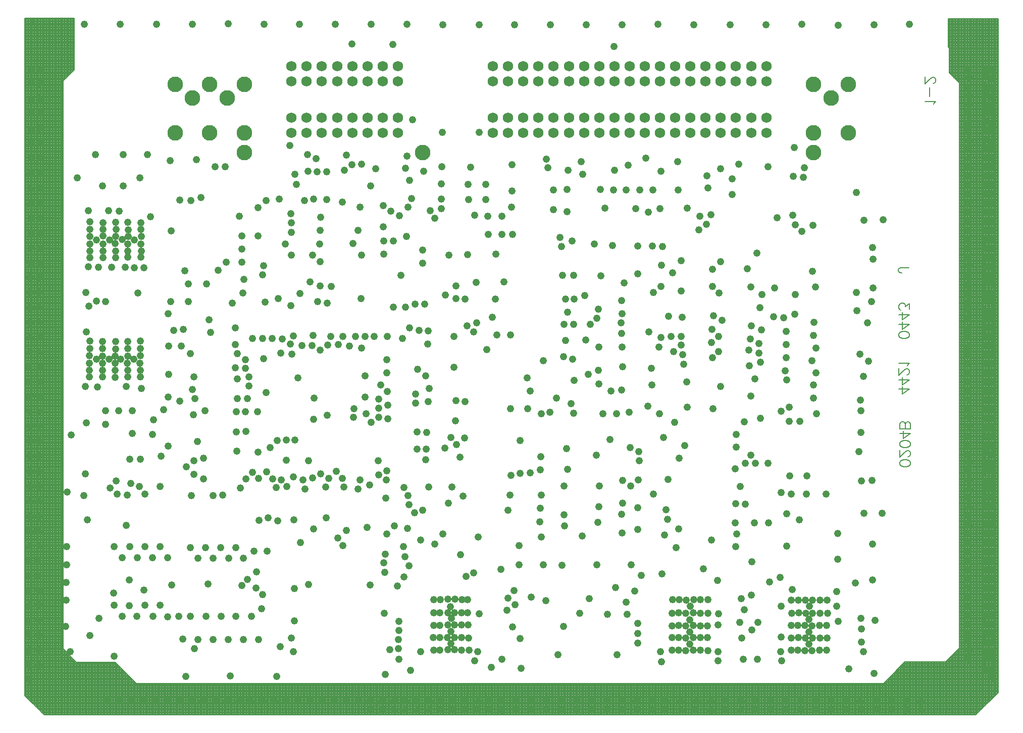
<source format=gbs>
%FSLAX25Y25*%
%MOIN*%
G70*
G01*
G75*
G04 Layer_Color=16711935*
%ADD10C,0.00800*%
%ADD11O,0.11000X0.01400*%
%ADD12O,0.01400X0.11000*%
%ADD13O,0.02500X0.07300*%
%ADD14O,0.02500X0.07000*%
%ADD15O,0.07000X0.02300*%
%ADD16O,0.04500X0.01200*%
%ADD17O,0.07000X0.02500*%
G04:AMPARAMS|DCode=18|XSize=70mil|YSize=100mil|CornerRadius=17.5mil|HoleSize=0mil|Usage=FLASHONLY|Rotation=90.000|XOffset=0mil|YOffset=0mil|HoleType=Round|Shape=RoundedRectangle|*
%AMROUNDEDRECTD18*
21,1,0.07000,0.06500,0,0,90.0*
21,1,0.03500,0.10000,0,0,90.0*
1,1,0.03500,0.03250,0.01750*
1,1,0.03500,0.03250,-0.01750*
1,1,0.03500,-0.03250,-0.01750*
1,1,0.03500,-0.03250,0.01750*
%
%ADD18ROUNDEDRECTD18*%
%ADD19O,0.07000X0.01400*%
%ADD20R,0.28000X0.35000*%
G04:AMPARAMS|DCode=21|XSize=70mil|YSize=165mil|CornerRadius=0mil|HoleSize=0mil|Usage=FLASHONLY|Rotation=90.000|XOffset=0mil|YOffset=0mil|HoleType=Round|Shape=Octagon|*
%AMOCTAGOND21*
4,1,8,-0.08250,-0.01750,-0.08250,0.01750,-0.06500,0.03500,0.06500,0.03500,0.08250,0.01750,0.08250,-0.01750,0.06500,-0.03500,-0.06500,-0.03500,-0.08250,-0.01750,0.0*
%
%ADD21OCTAGOND21*%

G04:AMPARAMS|DCode=22|XSize=60mil|YSize=385mil|CornerRadius=0mil|HoleSize=0mil|Usage=FLASHONLY|Rotation=180.000|XOffset=0mil|YOffset=0mil|HoleType=Round|Shape=Octagon|*
%AMOCTAGOND22*
4,1,8,0.01500,-0.19250,-0.01500,-0.19250,-0.03000,-0.17750,-0.03000,0.17750,-0.01500,0.19250,0.01500,0.19250,0.03000,0.17750,0.03000,-0.17750,0.01500,-0.19250,0.0*
%
%ADD22OCTAGOND22*%

G04:AMPARAMS|DCode=23|XSize=100mil|YSize=275mil|CornerRadius=25mil|HoleSize=0mil|Usage=FLASHONLY|Rotation=0.000|XOffset=0mil|YOffset=0mil|HoleType=Round|Shape=RoundedRectangle|*
%AMROUNDEDRECTD23*
21,1,0.10000,0.22500,0,0,0.0*
21,1,0.05000,0.27500,0,0,0.0*
1,1,0.05000,0.02500,-0.11250*
1,1,0.05000,-0.02500,-0.11250*
1,1,0.05000,-0.02500,0.11250*
1,1,0.05000,0.02500,0.11250*
%
%ADD23ROUNDEDRECTD23*%
%ADD24C,0.17000*%
G04:AMPARAMS|DCode=25|XSize=150mil|YSize=115mil|CornerRadius=28.75mil|HoleSize=0mil|Usage=FLASHONLY|Rotation=270.000|XOffset=0mil|YOffset=0mil|HoleType=Round|Shape=RoundedRectangle|*
%AMROUNDEDRECTD25*
21,1,0.15000,0.05750,0,0,270.0*
21,1,0.09250,0.11500,0,0,270.0*
1,1,0.05750,-0.02875,-0.04625*
1,1,0.05750,-0.02875,0.04625*
1,1,0.05750,0.02875,0.04625*
1,1,0.05750,0.02875,-0.04625*
%
%ADD25ROUNDEDRECTD25*%
G04:AMPARAMS|DCode=26|XSize=150mil|YSize=110mil|CornerRadius=27.5mil|HoleSize=0mil|Usage=FLASHONLY|Rotation=0.000|XOffset=0mil|YOffset=0mil|HoleType=Round|Shape=RoundedRectangle|*
%AMROUNDEDRECTD26*
21,1,0.15000,0.05500,0,0,0.0*
21,1,0.09500,0.11000,0,0,0.0*
1,1,0.05500,0.04750,-0.02750*
1,1,0.05500,-0.04750,-0.02750*
1,1,0.05500,-0.04750,0.02750*
1,1,0.05500,0.04750,0.02750*
%
%ADD26ROUNDEDRECTD26*%
G04:AMPARAMS|DCode=27|XSize=170mil|YSize=88mil|CornerRadius=22mil|HoleSize=0mil|Usage=FLASHONLY|Rotation=180.000|XOffset=0mil|YOffset=0mil|HoleType=Round|Shape=RoundedRectangle|*
%AMROUNDEDRECTD27*
21,1,0.17000,0.04400,0,0,180.0*
21,1,0.12600,0.08800,0,0,180.0*
1,1,0.04400,-0.06300,0.02200*
1,1,0.04400,0.06300,0.02200*
1,1,0.04400,0.06300,-0.02200*
1,1,0.04400,-0.06300,-0.02200*
%
%ADD27ROUNDEDRECTD27*%
G04:AMPARAMS|DCode=28|XSize=60mil|YSize=90mil|CornerRadius=15mil|HoleSize=0mil|Usage=FLASHONLY|Rotation=270.000|XOffset=0mil|YOffset=0mil|HoleType=Round|Shape=RoundedRectangle|*
%AMROUNDEDRECTD28*
21,1,0.06000,0.06000,0,0,270.0*
21,1,0.03000,0.09000,0,0,270.0*
1,1,0.03000,-0.03000,-0.01500*
1,1,0.03000,-0.03000,0.01500*
1,1,0.03000,0.03000,0.01500*
1,1,0.03000,0.03000,-0.01500*
%
%ADD28ROUNDEDRECTD28*%
G04:AMPARAMS|DCode=29|XSize=40mil|YSize=65mil|CornerRadius=10mil|HoleSize=0mil|Usage=FLASHONLY|Rotation=90.000|XOffset=0mil|YOffset=0mil|HoleType=Round|Shape=RoundedRectangle|*
%AMROUNDEDRECTD29*
21,1,0.04000,0.04500,0,0,90.0*
21,1,0.02000,0.06500,0,0,90.0*
1,1,0.02000,0.02250,0.01000*
1,1,0.02000,0.02250,-0.01000*
1,1,0.02000,-0.02250,-0.01000*
1,1,0.02000,-0.02250,0.01000*
%
%ADD29ROUNDEDRECTD29*%
G04:AMPARAMS|DCode=30|XSize=85mil|YSize=85mil|CornerRadius=21.25mil|HoleSize=0mil|Usage=FLASHONLY|Rotation=0.000|XOffset=0mil|YOffset=0mil|HoleType=Round|Shape=RoundedRectangle|*
%AMROUNDEDRECTD30*
21,1,0.08500,0.04250,0,0,0.0*
21,1,0.04250,0.08500,0,0,0.0*
1,1,0.04250,0.02125,-0.02125*
1,1,0.04250,-0.02125,-0.02125*
1,1,0.04250,-0.02125,0.02125*
1,1,0.04250,0.02125,0.02125*
%
%ADD30ROUNDEDRECTD30*%
G04:AMPARAMS|DCode=31|XSize=145mil|YSize=50mil|CornerRadius=0mil|HoleSize=0mil|Usage=FLASHONLY|Rotation=180.000|XOffset=0mil|YOffset=0mil|HoleType=Round|Shape=Octagon|*
%AMOCTAGOND31*
4,1,8,-0.07250,0.01250,-0.07250,-0.01250,-0.06000,-0.02500,0.06000,-0.02500,0.07250,-0.01250,0.07250,0.01250,0.06000,0.02500,-0.06000,0.02500,-0.07250,0.01250,0.0*
%
%ADD31OCTAGOND31*%

G04:AMPARAMS|DCode=32|XSize=115mil|YSize=50mil|CornerRadius=0mil|HoleSize=0mil|Usage=FLASHONLY|Rotation=180.000|XOffset=0mil|YOffset=0mil|HoleType=Round|Shape=Octagon|*
%AMOCTAGOND32*
4,1,8,-0.05750,0.01250,-0.05750,-0.01250,-0.04500,-0.02500,0.04500,-0.02500,0.05750,-0.01250,0.05750,0.01250,0.04500,0.02500,-0.04500,0.02500,-0.05750,0.01250,0.0*
%
%ADD32OCTAGOND32*%

%ADD33O,0.06000X0.05000*%
%ADD34O,0.05000X0.07000*%
%ADD35O,0.07000X0.05000*%
G04:AMPARAMS|DCode=36|XSize=145mil|YSize=50mil|CornerRadius=0mil|HoleSize=0mil|Usage=FLASHONLY|Rotation=270.000|XOffset=0mil|YOffset=0mil|HoleType=Round|Shape=Octagon|*
%AMOCTAGOND36*
4,1,8,-0.01250,-0.07250,0.01250,-0.07250,0.02500,-0.06000,0.02500,0.06000,0.01250,0.07250,-0.01250,0.07250,-0.02500,0.06000,-0.02500,-0.06000,-0.01250,-0.07250,0.0*
%
%ADD36OCTAGOND36*%

G04:AMPARAMS|DCode=37|XSize=115mil|YSize=50mil|CornerRadius=0mil|HoleSize=0mil|Usage=FLASHONLY|Rotation=270.000|XOffset=0mil|YOffset=0mil|HoleType=Round|Shape=Octagon|*
%AMOCTAGOND37*
4,1,8,-0.01250,-0.05750,0.01250,-0.05750,0.02500,-0.04500,0.02500,0.04500,0.01250,0.05750,-0.01250,0.05750,-0.02500,0.04500,-0.02500,-0.04500,-0.01250,-0.05750,0.0*
%
%ADD37OCTAGOND37*%

%ADD38O,0.05000X0.14000*%
G04:AMPARAMS|DCode=39|XSize=110mil|YSize=85mil|CornerRadius=21.25mil|HoleSize=0mil|Usage=FLASHONLY|Rotation=90.000|XOffset=0mil|YOffset=0mil|HoleType=Round|Shape=RoundedRectangle|*
%AMROUNDEDRECTD39*
21,1,0.11000,0.04250,0,0,90.0*
21,1,0.06750,0.08500,0,0,90.0*
1,1,0.04250,0.02125,0.03375*
1,1,0.04250,0.02125,-0.03375*
1,1,0.04250,-0.02125,-0.03375*
1,1,0.04250,-0.02125,0.03375*
%
%ADD39ROUNDEDRECTD39*%
G04:AMPARAMS|DCode=40|XSize=120mil|YSize=110mil|CornerRadius=27.5mil|HoleSize=0mil|Usage=FLASHONLY|Rotation=90.000|XOffset=0mil|YOffset=0mil|HoleType=Round|Shape=RoundedRectangle|*
%AMROUNDEDRECTD40*
21,1,0.12000,0.05500,0,0,90.0*
21,1,0.06500,0.11000,0,0,90.0*
1,1,0.05500,0.02750,0.03250*
1,1,0.05500,0.02750,-0.03250*
1,1,0.05500,-0.02750,-0.03250*
1,1,0.05500,-0.02750,0.03250*
%
%ADD40ROUNDEDRECTD40*%
G04:AMPARAMS|DCode=41|XSize=60mil|YSize=160mil|CornerRadius=15mil|HoleSize=0mil|Usage=FLASHONLY|Rotation=180.000|XOffset=0mil|YOffset=0mil|HoleType=Round|Shape=RoundedRectangle|*
%AMROUNDEDRECTD41*
21,1,0.06000,0.13000,0,0,180.0*
21,1,0.03000,0.16000,0,0,180.0*
1,1,0.03000,-0.01500,0.06500*
1,1,0.03000,0.01500,0.06500*
1,1,0.03000,0.01500,-0.06500*
1,1,0.03000,-0.01500,-0.06500*
%
%ADD41ROUNDEDRECTD41*%
G04:AMPARAMS|DCode=42|XSize=95mil|YSize=170mil|CornerRadius=23.75mil|HoleSize=0mil|Usage=FLASHONLY|Rotation=270.000|XOffset=0mil|YOffset=0mil|HoleType=Round|Shape=RoundedRectangle|*
%AMROUNDEDRECTD42*
21,1,0.09500,0.12250,0,0,270.0*
21,1,0.04750,0.17000,0,0,270.0*
1,1,0.04750,-0.06125,-0.02375*
1,1,0.04750,-0.06125,0.02375*
1,1,0.04750,0.06125,0.02375*
1,1,0.04750,0.06125,-0.02375*
%
%ADD42ROUNDEDRECTD42*%
G04:AMPARAMS|DCode=43|XSize=95mil|YSize=120mil|CornerRadius=23.75mil|HoleSize=0mil|Usage=FLASHONLY|Rotation=270.000|XOffset=0mil|YOffset=0mil|HoleType=Round|Shape=RoundedRectangle|*
%AMROUNDEDRECTD43*
21,1,0.09500,0.07250,0,0,270.0*
21,1,0.04750,0.12000,0,0,270.0*
1,1,0.04750,-0.03625,-0.02375*
1,1,0.04750,-0.03625,0.02375*
1,1,0.04750,0.03625,0.02375*
1,1,0.04750,0.03625,-0.02375*
%
%ADD43ROUNDEDRECTD43*%
G04:AMPARAMS|DCode=44|XSize=118mil|YSize=100mil|CornerRadius=25mil|HoleSize=0mil|Usage=FLASHONLY|Rotation=0.000|XOffset=0mil|YOffset=0mil|HoleType=Round|Shape=RoundedRectangle|*
%AMROUNDEDRECTD44*
21,1,0.11800,0.05000,0,0,0.0*
21,1,0.06800,0.10000,0,0,0.0*
1,1,0.05000,0.03400,-0.02500*
1,1,0.05000,-0.03400,-0.02500*
1,1,0.05000,-0.03400,0.02500*
1,1,0.05000,0.03400,0.02500*
%
%ADD44ROUNDEDRECTD44*%
G04:AMPARAMS|DCode=45|XSize=85mil|YSize=85mil|CornerRadius=21.25mil|HoleSize=0mil|Usage=FLASHONLY|Rotation=270.000|XOffset=0mil|YOffset=0mil|HoleType=Round|Shape=RoundedRectangle|*
%AMROUNDEDRECTD45*
21,1,0.08500,0.04250,0,0,270.0*
21,1,0.04250,0.08500,0,0,270.0*
1,1,0.04250,-0.02125,-0.02125*
1,1,0.04250,-0.02125,0.02125*
1,1,0.04250,0.02125,0.02125*
1,1,0.04250,0.02125,-0.02125*
%
%ADD45ROUNDEDRECTD45*%
G04:AMPARAMS|DCode=46|XSize=45mil|YSize=60mil|CornerRadius=11.25mil|HoleSize=0mil|Usage=FLASHONLY|Rotation=90.000|XOffset=0mil|YOffset=0mil|HoleType=Round|Shape=RoundedRectangle|*
%AMROUNDEDRECTD46*
21,1,0.04500,0.03750,0,0,90.0*
21,1,0.02250,0.06000,0,0,90.0*
1,1,0.02250,0.01875,0.01125*
1,1,0.02250,0.01875,-0.01125*
1,1,0.02250,-0.01875,-0.01125*
1,1,0.02250,-0.01875,0.01125*
%
%ADD46ROUNDEDRECTD46*%
G04:AMPARAMS|DCode=47|XSize=40mil|YSize=60mil|CornerRadius=10mil|HoleSize=0mil|Usage=FLASHONLY|Rotation=90.000|XOffset=0mil|YOffset=0mil|HoleType=Round|Shape=RoundedRectangle|*
%AMROUNDEDRECTD47*
21,1,0.04000,0.04000,0,0,90.0*
21,1,0.02000,0.06000,0,0,90.0*
1,1,0.02000,0.02000,0.01000*
1,1,0.02000,0.02000,-0.01000*
1,1,0.02000,-0.02000,-0.01000*
1,1,0.02000,-0.02000,0.01000*
%
%ADD47ROUNDEDRECTD47*%
G04:AMPARAMS|DCode=48|XSize=40mil|YSize=33mil|CornerRadius=8.25mil|HoleSize=0mil|Usage=FLASHONLY|Rotation=180.000|XOffset=0mil|YOffset=0mil|HoleType=Round|Shape=RoundedRectangle|*
%AMROUNDEDRECTD48*
21,1,0.04000,0.01650,0,0,180.0*
21,1,0.02350,0.03300,0,0,180.0*
1,1,0.01650,-0.01175,0.00825*
1,1,0.01650,0.01175,0.00825*
1,1,0.01650,0.01175,-0.00825*
1,1,0.01650,-0.01175,-0.00825*
%
%ADD48ROUNDEDRECTD48*%
G04:AMPARAMS|DCode=49|XSize=40mil|YSize=33mil|CornerRadius=8.25mil|HoleSize=0mil|Usage=FLASHONLY|Rotation=270.000|XOffset=0mil|YOffset=0mil|HoleType=Round|Shape=RoundedRectangle|*
%AMROUNDEDRECTD49*
21,1,0.04000,0.01650,0,0,270.0*
21,1,0.02350,0.03300,0,0,270.0*
1,1,0.01650,-0.00825,-0.01175*
1,1,0.01650,-0.00825,0.01175*
1,1,0.01650,0.00825,0.01175*
1,1,0.01650,0.00825,-0.01175*
%
%ADD49ROUNDEDRECTD49*%
G04:AMPARAMS|DCode=50|XSize=40mil|YSize=60mil|CornerRadius=10mil|HoleSize=0mil|Usage=FLASHONLY|Rotation=180.000|XOffset=0mil|YOffset=0mil|HoleType=Round|Shape=RoundedRectangle|*
%AMROUNDEDRECTD50*
21,1,0.04000,0.04000,0,0,180.0*
21,1,0.02000,0.06000,0,0,180.0*
1,1,0.02000,-0.01000,0.02000*
1,1,0.02000,0.01000,0.02000*
1,1,0.02000,0.01000,-0.02000*
1,1,0.02000,-0.01000,-0.02000*
%
%ADD50ROUNDEDRECTD50*%
%ADD51O,0.05000X0.06000*%
G04:AMPARAMS|DCode=52|XSize=40mil|YSize=65mil|CornerRadius=10mil|HoleSize=0mil|Usage=FLASHONLY|Rotation=180.000|XOffset=0mil|YOffset=0mil|HoleType=Round|Shape=RoundedRectangle|*
%AMROUNDEDRECTD52*
21,1,0.04000,0.04500,0,0,180.0*
21,1,0.02000,0.06500,0,0,180.0*
1,1,0.02000,-0.01000,0.02250*
1,1,0.02000,0.01000,0.02250*
1,1,0.02000,0.01000,-0.02250*
1,1,0.02000,-0.01000,-0.02250*
%
%ADD52ROUNDEDRECTD52*%
G04:AMPARAMS|DCode=53|XSize=32mil|YSize=70mil|CornerRadius=8mil|HoleSize=0mil|Usage=FLASHONLY|Rotation=180.000|XOffset=0mil|YOffset=0mil|HoleType=Round|Shape=RoundedRectangle|*
%AMROUNDEDRECTD53*
21,1,0.03200,0.05400,0,0,180.0*
21,1,0.01600,0.07000,0,0,180.0*
1,1,0.01600,-0.00800,0.02700*
1,1,0.01600,0.00800,0.02700*
1,1,0.01600,0.00800,-0.02700*
1,1,0.01600,-0.00800,-0.02700*
%
%ADD53ROUNDEDRECTD53*%
%ADD54R,0.12000X0.12000*%
%ADD55R,0.02500X0.11000*%
G04:AMPARAMS|DCode=56|XSize=32mil|YSize=70mil|CornerRadius=8mil|HoleSize=0mil|Usage=FLASHONLY|Rotation=90.000|XOffset=0mil|YOffset=0mil|HoleType=Round|Shape=RoundedRectangle|*
%AMROUNDEDRECTD56*
21,1,0.03200,0.05400,0,0,90.0*
21,1,0.01600,0.07000,0,0,90.0*
1,1,0.01600,0.02700,0.00800*
1,1,0.01600,0.02700,-0.00800*
1,1,0.01600,-0.02700,-0.00800*
1,1,0.01600,-0.02700,0.00800*
%
%ADD56ROUNDEDRECTD56*%
%ADD57R,0.12000X0.12000*%
%ADD58R,0.11000X0.02500*%
G04:AMPARAMS|DCode=59|XSize=45mil|YSize=60mil|CornerRadius=11.25mil|HoleSize=0mil|Usage=FLASHONLY|Rotation=180.000|XOffset=0mil|YOffset=0mil|HoleType=Round|Shape=RoundedRectangle|*
%AMROUNDEDRECTD59*
21,1,0.04500,0.03750,0,0,180.0*
21,1,0.02250,0.06000,0,0,180.0*
1,1,0.02250,-0.01125,0.01875*
1,1,0.02250,0.01125,0.01875*
1,1,0.02250,0.01125,-0.01875*
1,1,0.02250,-0.01125,-0.01875*
%
%ADD59ROUNDEDRECTD59*%
%ADD60C,0.04000*%
%ADD61C,0.00600*%
%ADD62C,0.01500*%
%ADD63C,0.01000*%
%ADD64C,0.03000*%
%ADD65C,0.03500*%
%ADD66C,0.01200*%
%ADD67C,0.01800*%
%ADD68C,0.02500*%
%ADD69C,0.02000*%
%ADD70C,0.04000*%
%ADD71R,0.10117X0.01478*%
%ADD72R,0.02833X0.14583*%
%ADD73R,0.08417X0.01750*%
%ADD74R,0.02958X0.12250*%
%ADD75R,0.06616X0.02983*%
%ADD76R,0.12250X0.02917*%
%ADD77R,0.20333X0.02917*%
%ADD78R,0.03000X0.18083*%
%ADD79R,0.12692X0.03483*%
%ADD80R,0.26983X0.29695*%
%ADD81R,0.19583X0.23917*%
%ADD82R,0.30500X0.29417*%
%ADD83R,0.23150X0.21600*%
%ADD84R,0.07259X0.15505*%
%ADD85R,0.15158X0.14500*%
%ADD86R,0.38667X0.24333*%
%ADD87R,0.72667X0.30671*%
%ADD88R,0.63500X0.25167*%
%ADD89R,0.24500X0.51667*%
%ADD90R,0.16167X0.11667*%
%ADD91R,0.66167X0.20500*%
%ADD92R,0.15833X4.09667*%
%ADD93R,0.18167X0.69000*%
%ADD94R,0.31833X0.11667*%
%ADD95R,5.41000X0.15167*%
%ADD96R,0.16667X0.18667*%
%ADD97R,0.17442X4.02738*%
%ADD98R,0.65000X0.04667*%
%ADD99R,5.49167X0.05667*%
%ADD100R,0.34500X0.15333*%
%ADD101R,0.13667X0.86667*%
%ADD102R,0.37667X0.14333*%
%ADD103R,0.33250X0.02167*%
%ADD104R,0.05333X0.28500*%
%ADD105R,0.12500X0.10000*%
%ADD106R,0.11100X0.12000*%
%ADD107R,0.25667X0.57667*%
%ADD108R,0.06333X0.57000*%
%ADD109R,0.03667X0.31500*%
%ADD110R,0.26500X0.52167*%
%ADD111R,0.08833X0.19667*%
%ADD112R,0.48917X0.25000*%
%ADD113R,0.12250X0.05667*%
%ADD114R,0.07083X0.03333*%
%ADD115R,0.02667X0.13405*%
%ADD116C,0.06000*%
%ADD117C,0.09500*%
%ADD118C,0.09500*%
%ADD119C,0.08000*%
%ADD120R,0.03354X0.02125*%
%ADD121R,0.03208X0.02813*%
%ADD122C,0.06500*%
%ADD123R,0.40583X0.25417*%
%ADD124R,0.16914X0.04080*%
%ADD125O,0.11800X0.02200*%
%ADD126O,0.02200X0.11800*%
%ADD127O,0.03300X0.08100*%
%ADD128O,0.03300X0.07800*%
%ADD129O,0.07800X0.03100*%
%ADD130O,0.05300X0.02000*%
%ADD131O,0.07800X0.03300*%
G04:AMPARAMS|DCode=132|XSize=78mil|YSize=108mil|CornerRadius=19.5mil|HoleSize=0mil|Usage=FLASHONLY|Rotation=90.000|XOffset=0mil|YOffset=0mil|HoleType=Round|Shape=RoundedRectangle|*
%AMROUNDEDRECTD132*
21,1,0.07800,0.06900,0,0,90.0*
21,1,0.03900,0.10800,0,0,90.0*
1,1,0.03900,0.03450,0.01950*
1,1,0.03900,0.03450,-0.01950*
1,1,0.03900,-0.03450,-0.01950*
1,1,0.03900,-0.03450,0.01950*
%
%ADD132ROUNDEDRECTD132*%
%ADD133O,0.07800X0.02200*%
%ADD134R,0.28800X0.35800*%
G04:AMPARAMS|DCode=135|XSize=78mil|YSize=173mil|CornerRadius=0mil|HoleSize=0mil|Usage=FLASHONLY|Rotation=90.000|XOffset=0mil|YOffset=0mil|HoleType=Round|Shape=Octagon|*
%AMOCTAGOND135*
4,1,8,-0.08650,-0.01950,-0.08650,0.01950,-0.06700,0.03900,0.06700,0.03900,0.08650,0.01950,0.08650,-0.01950,0.06700,-0.03900,-0.06700,-0.03900,-0.08650,-0.01950,0.0*
%
%ADD135OCTAGOND135*%

G04:AMPARAMS|DCode=136|XSize=68mil|YSize=393mil|CornerRadius=0mil|HoleSize=0mil|Usage=FLASHONLY|Rotation=180.000|XOffset=0mil|YOffset=0mil|HoleType=Round|Shape=Octagon|*
%AMOCTAGOND136*
4,1,8,0.01700,-0.19650,-0.01700,-0.19650,-0.03400,-0.17950,-0.03400,0.17950,-0.01700,0.19650,0.01700,0.19650,0.03400,0.17950,0.03400,-0.17950,0.01700,-0.19650,0.0*
%
%ADD136OCTAGOND136*%

G04:AMPARAMS|DCode=137|XSize=108mil|YSize=283mil|CornerRadius=27mil|HoleSize=0mil|Usage=FLASHONLY|Rotation=0.000|XOffset=0mil|YOffset=0mil|HoleType=Round|Shape=RoundedRectangle|*
%AMROUNDEDRECTD137*
21,1,0.10800,0.22900,0,0,0.0*
21,1,0.05400,0.28300,0,0,0.0*
1,1,0.05400,0.02700,-0.11450*
1,1,0.05400,-0.02700,-0.11450*
1,1,0.05400,-0.02700,0.11450*
1,1,0.05400,0.02700,0.11450*
%
%ADD137ROUNDEDRECTD137*%
%ADD138C,0.17800*%
G04:AMPARAMS|DCode=139|XSize=158mil|YSize=123mil|CornerRadius=30.75mil|HoleSize=0mil|Usage=FLASHONLY|Rotation=270.000|XOffset=0mil|YOffset=0mil|HoleType=Round|Shape=RoundedRectangle|*
%AMROUNDEDRECTD139*
21,1,0.15800,0.06150,0,0,270.0*
21,1,0.09650,0.12300,0,0,270.0*
1,1,0.06150,-0.03075,-0.04825*
1,1,0.06150,-0.03075,0.04825*
1,1,0.06150,0.03075,0.04825*
1,1,0.06150,0.03075,-0.04825*
%
%ADD139ROUNDEDRECTD139*%
G04:AMPARAMS|DCode=140|XSize=158mil|YSize=118mil|CornerRadius=29.5mil|HoleSize=0mil|Usage=FLASHONLY|Rotation=0.000|XOffset=0mil|YOffset=0mil|HoleType=Round|Shape=RoundedRectangle|*
%AMROUNDEDRECTD140*
21,1,0.15800,0.05900,0,0,0.0*
21,1,0.09900,0.11800,0,0,0.0*
1,1,0.05900,0.04950,-0.02950*
1,1,0.05900,-0.04950,-0.02950*
1,1,0.05900,-0.04950,0.02950*
1,1,0.05900,0.04950,0.02950*
%
%ADD140ROUNDEDRECTD140*%
G04:AMPARAMS|DCode=141|XSize=178mil|YSize=96mil|CornerRadius=24mil|HoleSize=0mil|Usage=FLASHONLY|Rotation=180.000|XOffset=0mil|YOffset=0mil|HoleType=Round|Shape=RoundedRectangle|*
%AMROUNDEDRECTD141*
21,1,0.17800,0.04800,0,0,180.0*
21,1,0.13000,0.09600,0,0,180.0*
1,1,0.04800,-0.06500,0.02400*
1,1,0.04800,0.06500,0.02400*
1,1,0.04800,0.06500,-0.02400*
1,1,0.04800,-0.06500,-0.02400*
%
%ADD141ROUNDEDRECTD141*%
G04:AMPARAMS|DCode=142|XSize=68mil|YSize=98mil|CornerRadius=17mil|HoleSize=0mil|Usage=FLASHONLY|Rotation=270.000|XOffset=0mil|YOffset=0mil|HoleType=Round|Shape=RoundedRectangle|*
%AMROUNDEDRECTD142*
21,1,0.06800,0.06400,0,0,270.0*
21,1,0.03400,0.09800,0,0,270.0*
1,1,0.03400,-0.03200,-0.01700*
1,1,0.03400,-0.03200,0.01700*
1,1,0.03400,0.03200,0.01700*
1,1,0.03400,0.03200,-0.01700*
%
%ADD142ROUNDEDRECTD142*%
G04:AMPARAMS|DCode=143|XSize=48mil|YSize=73mil|CornerRadius=12mil|HoleSize=0mil|Usage=FLASHONLY|Rotation=90.000|XOffset=0mil|YOffset=0mil|HoleType=Round|Shape=RoundedRectangle|*
%AMROUNDEDRECTD143*
21,1,0.04800,0.04900,0,0,90.0*
21,1,0.02400,0.07300,0,0,90.0*
1,1,0.02400,0.02450,0.01200*
1,1,0.02400,0.02450,-0.01200*
1,1,0.02400,-0.02450,-0.01200*
1,1,0.02400,-0.02450,0.01200*
%
%ADD143ROUNDEDRECTD143*%
G04:AMPARAMS|DCode=144|XSize=93mil|YSize=93mil|CornerRadius=23.25mil|HoleSize=0mil|Usage=FLASHONLY|Rotation=0.000|XOffset=0mil|YOffset=0mil|HoleType=Round|Shape=RoundedRectangle|*
%AMROUNDEDRECTD144*
21,1,0.09300,0.04650,0,0,0.0*
21,1,0.04650,0.09300,0,0,0.0*
1,1,0.04650,0.02325,-0.02325*
1,1,0.04650,-0.02325,-0.02325*
1,1,0.04650,-0.02325,0.02325*
1,1,0.04650,0.02325,0.02325*
%
%ADD144ROUNDEDRECTD144*%
G04:AMPARAMS|DCode=145|XSize=153mil|YSize=58mil|CornerRadius=0mil|HoleSize=0mil|Usage=FLASHONLY|Rotation=180.000|XOffset=0mil|YOffset=0mil|HoleType=Round|Shape=Octagon|*
%AMOCTAGOND145*
4,1,8,-0.07650,0.01450,-0.07650,-0.01450,-0.06200,-0.02900,0.06200,-0.02900,0.07650,-0.01450,0.07650,0.01450,0.06200,0.02900,-0.06200,0.02900,-0.07650,0.01450,0.0*
%
%ADD145OCTAGOND145*%

G04:AMPARAMS|DCode=146|XSize=123mil|YSize=58mil|CornerRadius=0mil|HoleSize=0mil|Usage=FLASHONLY|Rotation=180.000|XOffset=0mil|YOffset=0mil|HoleType=Round|Shape=Octagon|*
%AMOCTAGOND146*
4,1,8,-0.06150,0.01450,-0.06150,-0.01450,-0.04700,-0.02900,0.04700,-0.02900,0.06150,-0.01450,0.06150,0.01450,0.04700,0.02900,-0.04700,0.02900,-0.06150,0.01450,0.0*
%
%ADD146OCTAGOND146*%

%ADD147O,0.06800X0.05800*%
%ADD148O,0.05800X0.07800*%
%ADD149O,0.07800X0.05800*%
G04:AMPARAMS|DCode=150|XSize=153mil|YSize=58mil|CornerRadius=0mil|HoleSize=0mil|Usage=FLASHONLY|Rotation=270.000|XOffset=0mil|YOffset=0mil|HoleType=Round|Shape=Octagon|*
%AMOCTAGOND150*
4,1,8,-0.01450,-0.07650,0.01450,-0.07650,0.02900,-0.06200,0.02900,0.06200,0.01450,0.07650,-0.01450,0.07650,-0.02900,0.06200,-0.02900,-0.06200,-0.01450,-0.07650,0.0*
%
%ADD150OCTAGOND150*%

G04:AMPARAMS|DCode=151|XSize=123mil|YSize=58mil|CornerRadius=0mil|HoleSize=0mil|Usage=FLASHONLY|Rotation=270.000|XOffset=0mil|YOffset=0mil|HoleType=Round|Shape=Octagon|*
%AMOCTAGOND151*
4,1,8,-0.01450,-0.06150,0.01450,-0.06150,0.02900,-0.04700,0.02900,0.04700,0.01450,0.06150,-0.01450,0.06150,-0.02900,0.04700,-0.02900,-0.04700,-0.01450,-0.06150,0.0*
%
%ADD151OCTAGOND151*%

%ADD152O,0.05800X0.14800*%
G04:AMPARAMS|DCode=153|XSize=118mil|YSize=93mil|CornerRadius=23.25mil|HoleSize=0mil|Usage=FLASHONLY|Rotation=90.000|XOffset=0mil|YOffset=0mil|HoleType=Round|Shape=RoundedRectangle|*
%AMROUNDEDRECTD153*
21,1,0.11800,0.04650,0,0,90.0*
21,1,0.07150,0.09300,0,0,90.0*
1,1,0.04650,0.02325,0.03575*
1,1,0.04650,0.02325,-0.03575*
1,1,0.04650,-0.02325,-0.03575*
1,1,0.04650,-0.02325,0.03575*
%
%ADD153ROUNDEDRECTD153*%
G04:AMPARAMS|DCode=154|XSize=128mil|YSize=118mil|CornerRadius=29.5mil|HoleSize=0mil|Usage=FLASHONLY|Rotation=90.000|XOffset=0mil|YOffset=0mil|HoleType=Round|Shape=RoundedRectangle|*
%AMROUNDEDRECTD154*
21,1,0.12800,0.05900,0,0,90.0*
21,1,0.06900,0.11800,0,0,90.0*
1,1,0.05900,0.02950,0.03450*
1,1,0.05900,0.02950,-0.03450*
1,1,0.05900,-0.02950,-0.03450*
1,1,0.05900,-0.02950,0.03450*
%
%ADD154ROUNDEDRECTD154*%
G04:AMPARAMS|DCode=155|XSize=68mil|YSize=168mil|CornerRadius=17mil|HoleSize=0mil|Usage=FLASHONLY|Rotation=180.000|XOffset=0mil|YOffset=0mil|HoleType=Round|Shape=RoundedRectangle|*
%AMROUNDEDRECTD155*
21,1,0.06800,0.13400,0,0,180.0*
21,1,0.03400,0.16800,0,0,180.0*
1,1,0.03400,-0.01700,0.06700*
1,1,0.03400,0.01700,0.06700*
1,1,0.03400,0.01700,-0.06700*
1,1,0.03400,-0.01700,-0.06700*
%
%ADD155ROUNDEDRECTD155*%
G04:AMPARAMS|DCode=156|XSize=103mil|YSize=178mil|CornerRadius=25.75mil|HoleSize=0mil|Usage=FLASHONLY|Rotation=270.000|XOffset=0mil|YOffset=0mil|HoleType=Round|Shape=RoundedRectangle|*
%AMROUNDEDRECTD156*
21,1,0.10300,0.12650,0,0,270.0*
21,1,0.05150,0.17800,0,0,270.0*
1,1,0.05150,-0.06325,-0.02575*
1,1,0.05150,-0.06325,0.02575*
1,1,0.05150,0.06325,0.02575*
1,1,0.05150,0.06325,-0.02575*
%
%ADD156ROUNDEDRECTD156*%
G04:AMPARAMS|DCode=157|XSize=103mil|YSize=128mil|CornerRadius=25.75mil|HoleSize=0mil|Usage=FLASHONLY|Rotation=270.000|XOffset=0mil|YOffset=0mil|HoleType=Round|Shape=RoundedRectangle|*
%AMROUNDEDRECTD157*
21,1,0.10300,0.07650,0,0,270.0*
21,1,0.05150,0.12800,0,0,270.0*
1,1,0.05150,-0.03825,-0.02575*
1,1,0.05150,-0.03825,0.02575*
1,1,0.05150,0.03825,0.02575*
1,1,0.05150,0.03825,-0.02575*
%
%ADD157ROUNDEDRECTD157*%
G04:AMPARAMS|DCode=158|XSize=126mil|YSize=108mil|CornerRadius=27mil|HoleSize=0mil|Usage=FLASHONLY|Rotation=0.000|XOffset=0mil|YOffset=0mil|HoleType=Round|Shape=RoundedRectangle|*
%AMROUNDEDRECTD158*
21,1,0.12600,0.05400,0,0,0.0*
21,1,0.07200,0.10800,0,0,0.0*
1,1,0.05400,0.03600,-0.02700*
1,1,0.05400,-0.03600,-0.02700*
1,1,0.05400,-0.03600,0.02700*
1,1,0.05400,0.03600,0.02700*
%
%ADD158ROUNDEDRECTD158*%
G04:AMPARAMS|DCode=159|XSize=93mil|YSize=93mil|CornerRadius=23.25mil|HoleSize=0mil|Usage=FLASHONLY|Rotation=270.000|XOffset=0mil|YOffset=0mil|HoleType=Round|Shape=RoundedRectangle|*
%AMROUNDEDRECTD159*
21,1,0.09300,0.04650,0,0,270.0*
21,1,0.04650,0.09300,0,0,270.0*
1,1,0.04650,-0.02325,-0.02325*
1,1,0.04650,-0.02325,0.02325*
1,1,0.04650,0.02325,0.02325*
1,1,0.04650,0.02325,-0.02325*
%
%ADD159ROUNDEDRECTD159*%
G04:AMPARAMS|DCode=160|XSize=53mil|YSize=68mil|CornerRadius=13.25mil|HoleSize=0mil|Usage=FLASHONLY|Rotation=90.000|XOffset=0mil|YOffset=0mil|HoleType=Round|Shape=RoundedRectangle|*
%AMROUNDEDRECTD160*
21,1,0.05300,0.04150,0,0,90.0*
21,1,0.02650,0.06800,0,0,90.0*
1,1,0.02650,0.02075,0.01325*
1,1,0.02650,0.02075,-0.01325*
1,1,0.02650,-0.02075,-0.01325*
1,1,0.02650,-0.02075,0.01325*
%
%ADD160ROUNDEDRECTD160*%
G04:AMPARAMS|DCode=161|XSize=48mil|YSize=68mil|CornerRadius=12mil|HoleSize=0mil|Usage=FLASHONLY|Rotation=90.000|XOffset=0mil|YOffset=0mil|HoleType=Round|Shape=RoundedRectangle|*
%AMROUNDEDRECTD161*
21,1,0.04800,0.04400,0,0,90.0*
21,1,0.02400,0.06800,0,0,90.0*
1,1,0.02400,0.02200,0.01200*
1,1,0.02400,0.02200,-0.01200*
1,1,0.02400,-0.02200,-0.01200*
1,1,0.02400,-0.02200,0.01200*
%
%ADD161ROUNDEDRECTD161*%
G04:AMPARAMS|DCode=162|XSize=48mil|YSize=41mil|CornerRadius=10.25mil|HoleSize=0mil|Usage=FLASHONLY|Rotation=180.000|XOffset=0mil|YOffset=0mil|HoleType=Round|Shape=RoundedRectangle|*
%AMROUNDEDRECTD162*
21,1,0.04800,0.02050,0,0,180.0*
21,1,0.02750,0.04100,0,0,180.0*
1,1,0.02050,-0.01375,0.01025*
1,1,0.02050,0.01375,0.01025*
1,1,0.02050,0.01375,-0.01025*
1,1,0.02050,-0.01375,-0.01025*
%
%ADD162ROUNDEDRECTD162*%
G04:AMPARAMS|DCode=163|XSize=48mil|YSize=41mil|CornerRadius=10.25mil|HoleSize=0mil|Usage=FLASHONLY|Rotation=270.000|XOffset=0mil|YOffset=0mil|HoleType=Round|Shape=RoundedRectangle|*
%AMROUNDEDRECTD163*
21,1,0.04800,0.02050,0,0,270.0*
21,1,0.02750,0.04100,0,0,270.0*
1,1,0.02050,-0.01025,-0.01375*
1,1,0.02050,-0.01025,0.01375*
1,1,0.02050,0.01025,0.01375*
1,1,0.02050,0.01025,-0.01375*
%
%ADD163ROUNDEDRECTD163*%
G04:AMPARAMS|DCode=164|XSize=48mil|YSize=68mil|CornerRadius=12mil|HoleSize=0mil|Usage=FLASHONLY|Rotation=180.000|XOffset=0mil|YOffset=0mil|HoleType=Round|Shape=RoundedRectangle|*
%AMROUNDEDRECTD164*
21,1,0.04800,0.04400,0,0,180.0*
21,1,0.02400,0.06800,0,0,180.0*
1,1,0.02400,-0.01200,0.02200*
1,1,0.02400,0.01200,0.02200*
1,1,0.02400,0.01200,-0.02200*
1,1,0.02400,-0.01200,-0.02200*
%
%ADD164ROUNDEDRECTD164*%
%ADD165O,0.05800X0.06800*%
G04:AMPARAMS|DCode=166|XSize=48mil|YSize=73mil|CornerRadius=12mil|HoleSize=0mil|Usage=FLASHONLY|Rotation=180.000|XOffset=0mil|YOffset=0mil|HoleType=Round|Shape=RoundedRectangle|*
%AMROUNDEDRECTD166*
21,1,0.04800,0.04900,0,0,180.0*
21,1,0.02400,0.07300,0,0,180.0*
1,1,0.02400,-0.01200,0.02450*
1,1,0.02400,0.01200,0.02450*
1,1,0.02400,0.01200,-0.02450*
1,1,0.02400,-0.01200,-0.02450*
%
%ADD166ROUNDEDRECTD166*%
G04:AMPARAMS|DCode=167|XSize=40mil|YSize=78mil|CornerRadius=10mil|HoleSize=0mil|Usage=FLASHONLY|Rotation=180.000|XOffset=0mil|YOffset=0mil|HoleType=Round|Shape=RoundedRectangle|*
%AMROUNDEDRECTD167*
21,1,0.04000,0.05800,0,0,180.0*
21,1,0.02000,0.07800,0,0,180.0*
1,1,0.02000,-0.01000,0.02900*
1,1,0.02000,0.01000,0.02900*
1,1,0.02000,0.01000,-0.02900*
1,1,0.02000,-0.01000,-0.02900*
%
%ADD167ROUNDEDRECTD167*%
%ADD168R,0.12800X0.12800*%
%ADD169R,0.03300X0.11800*%
G04:AMPARAMS|DCode=170|XSize=40mil|YSize=78mil|CornerRadius=10mil|HoleSize=0mil|Usage=FLASHONLY|Rotation=90.000|XOffset=0mil|YOffset=0mil|HoleType=Round|Shape=RoundedRectangle|*
%AMROUNDEDRECTD170*
21,1,0.04000,0.05800,0,0,90.0*
21,1,0.02000,0.07800,0,0,90.0*
1,1,0.02000,0.02900,0.01000*
1,1,0.02000,0.02900,-0.01000*
1,1,0.02000,-0.02900,-0.01000*
1,1,0.02000,-0.02900,0.01000*
%
%ADD170ROUNDEDRECTD170*%
%ADD171R,0.12800X0.12800*%
%ADD172R,0.11800X0.03300*%
G04:AMPARAMS|DCode=173|XSize=53mil|YSize=68mil|CornerRadius=13.25mil|HoleSize=0mil|Usage=FLASHONLY|Rotation=180.000|XOffset=0mil|YOffset=0mil|HoleType=Round|Shape=RoundedRectangle|*
%AMROUNDEDRECTD173*
21,1,0.05300,0.04150,0,0,180.0*
21,1,0.02650,0.06800,0,0,180.0*
1,1,0.02650,-0.01325,0.02075*
1,1,0.02650,0.01325,0.02075*
1,1,0.02650,0.01325,-0.02075*
1,1,0.02650,-0.01325,-0.02075*
%
%ADD173ROUNDEDRECTD173*%
%ADD174C,0.04800*%
%ADD175C,0.06800*%
%ADD176C,0.10300*%
D10*
X40158Y4200D02*
Y39000D01*
X4800Y16900D02*
X17500Y4200D01*
X39358D02*
Y39000D01*
X42558Y4200D02*
Y39000D01*
X44158Y4200D02*
Y39000D01*
X40958Y4200D02*
Y39000D01*
X41758Y4200D02*
Y39000D01*
X46558Y4200D02*
Y39000D01*
X47358Y4200D02*
Y39000D01*
X44958Y4200D02*
Y39000D01*
X45758Y4200D02*
Y39000D01*
X49758Y4200D02*
Y39000D01*
X50558Y4200D02*
Y39000D01*
X48158Y4200D02*
Y39000D01*
X48958Y4200D02*
Y39000D01*
X80958Y4200D02*
Y25000D01*
X79358Y4200D02*
Y25000D01*
X80158Y4200D02*
Y25000D01*
X85758Y4200D02*
Y25000D01*
X86558Y4200D02*
Y25000D01*
X81758Y4200D02*
Y25000D01*
X82558Y4200D02*
Y25000D01*
X65758Y4200D02*
Y37442D01*
X66558Y4200D02*
Y36642D01*
X51358Y4200D02*
Y39000D01*
X64958Y4200D02*
Y38242D01*
X68958Y4200D02*
Y34242D01*
X78558Y4200D02*
Y25000D01*
X67358Y4200D02*
Y35842D01*
X68158Y4200D02*
Y35042D01*
X4800Y30371D02*
X72829D01*
X4800Y31971D02*
X71229D01*
X4800Y31171D02*
X72029D01*
X71358Y4200D02*
Y31842D01*
X72158Y4200D02*
Y31042D01*
X4800Y32771D02*
X70429D01*
X70558Y4200D02*
Y32642D01*
X4800Y36771D02*
X66429D01*
X4800Y35971D02*
X67229D01*
X4800Y38371D02*
X64829D01*
X4800Y37571D02*
X65629D01*
X4800Y33571D02*
X69629D01*
X69758Y4200D02*
Y33442D01*
X4800Y35171D02*
X68029D01*
X4800Y34371D02*
X68829D01*
X76158Y4200D02*
Y27042D01*
X76958Y4200D02*
Y26242D01*
X4800Y26371D02*
X76829D01*
X4800Y25571D02*
X77629D01*
X84158Y4200D02*
Y25000D01*
X84958Y4200D02*
Y25000D01*
X77758Y4200D02*
Y25442D01*
X83358Y4200D02*
Y25000D01*
X4800Y27971D02*
X75229D01*
X4800Y27171D02*
X76029D01*
X4800Y29571D02*
X73629D01*
X4800Y28771D02*
X74429D01*
X74558Y4200D02*
Y28642D01*
X75358Y4200D02*
Y27842D01*
X72958Y4200D02*
Y30242D01*
X73758Y4200D02*
Y29442D01*
X120158Y4200D02*
Y25000D01*
X118558Y4200D02*
Y25000D01*
X119358Y4200D02*
Y25000D01*
X122558Y4200D02*
Y25000D01*
X123358Y4200D02*
Y25000D01*
X120958Y4200D02*
Y25000D01*
X121758Y4200D02*
Y25000D01*
X113758Y4200D02*
Y25000D01*
X114558Y4200D02*
Y25000D01*
X112158Y4200D02*
Y25000D01*
X112958Y4200D02*
Y25000D01*
X116958Y4200D02*
Y25000D01*
X117758Y4200D02*
Y25000D01*
X115358Y4200D02*
Y25000D01*
X116158Y4200D02*
Y25000D01*
X132158Y4200D02*
Y25000D01*
X132958Y4200D02*
Y25000D01*
X130558Y4200D02*
Y25000D01*
X131358Y4200D02*
Y25000D01*
X135358Y4200D02*
Y25000D01*
X136158Y4200D02*
Y25000D01*
X133758Y4200D02*
Y25000D01*
X134558Y4200D02*
Y25000D01*
X125758Y4200D02*
Y25000D01*
X126558Y4200D02*
Y25000D01*
X124158Y4200D02*
Y25000D01*
X124958Y4200D02*
Y25000D01*
X128958Y4200D02*
Y25000D01*
X129758Y4200D02*
Y25000D01*
X127358Y4200D02*
Y25000D01*
X128158Y4200D02*
Y25000D01*
X95358Y4200D02*
Y25000D01*
X93758Y4200D02*
Y25000D01*
X94558Y4200D02*
Y25000D01*
X97758Y4200D02*
Y25000D01*
X98558Y4200D02*
Y25000D01*
X96158Y4200D02*
Y25000D01*
X96958Y4200D02*
Y25000D01*
X88958Y4200D02*
Y25000D01*
X89758Y4200D02*
Y25000D01*
X87358Y4200D02*
Y25000D01*
X88158Y4200D02*
Y25000D01*
X92158Y4200D02*
Y25000D01*
X92958Y4200D02*
Y25000D01*
X90558Y4200D02*
Y25000D01*
X91358Y4200D02*
Y25000D01*
X107358Y4200D02*
Y25000D01*
X108158Y4200D02*
Y25000D01*
X105758Y4200D02*
Y25000D01*
X106558Y4200D02*
Y25000D01*
X110558Y4200D02*
Y25000D01*
X111358Y4200D02*
Y25000D01*
X108958Y4200D02*
Y25000D01*
X109758Y4200D02*
Y25000D01*
X100958Y4200D02*
Y25000D01*
X101758Y4200D02*
Y25000D01*
X99358Y4200D02*
Y25000D01*
X100158Y4200D02*
Y25000D01*
X104158Y4200D02*
Y25000D01*
X104958Y4200D02*
Y25000D01*
X102558Y4200D02*
Y25000D01*
X103358Y4200D02*
Y25000D01*
X4800Y51171D02*
X30000D01*
X4800Y52771D02*
X30000D01*
X4800Y51971D02*
X30000D01*
X4800Y48771D02*
X30000D01*
X4800Y47971D02*
X30000D01*
X4800Y50371D02*
X30000D01*
X4800Y49571D02*
X30000D01*
X4800Y57571D02*
X30000D01*
X4800Y56771D02*
X30000D01*
X4800Y59171D02*
X30000D01*
X4800Y58371D02*
X30000D01*
X4958Y16742D02*
Y464100D01*
X5758Y15942D02*
Y464100D01*
X4800Y16900D02*
Y464100D01*
Y59971D02*
X30000D01*
X4800Y42371D02*
X35429D01*
X4800Y43971D02*
X33829D01*
X4800Y43171D02*
X34629D01*
X4800Y39971D02*
X37829D01*
X4800Y39171D02*
X38629D01*
X4800Y41571D02*
X36229D01*
X4800Y40771D02*
X37029D01*
X4800Y54371D02*
X30000D01*
X4800Y53571D02*
X30000D01*
X4800Y55971D02*
X30000D01*
X4800Y55171D02*
X30000D01*
X4800Y45571D02*
X32229D01*
X4800Y44771D02*
X33029D01*
X4800Y47171D02*
X30629D01*
X4800Y46371D02*
X31429D01*
X4800Y76771D02*
X30000D01*
X4800Y78371D02*
X30000D01*
X4800Y77571D02*
X30000D01*
X4800Y74371D02*
X30000D01*
X4800Y73571D02*
X30000D01*
X4800Y75971D02*
X30000D01*
X4800Y75171D02*
X30000D01*
X4800Y83171D02*
X30000D01*
X4800Y82371D02*
X30000D01*
X4800Y84771D02*
X30000D01*
X4800Y83971D02*
X30000D01*
X4800Y79971D02*
X30000D01*
X4800Y79171D02*
X30000D01*
X4800Y81571D02*
X30000D01*
X4800Y80771D02*
X30000D01*
X4800Y64771D02*
X30000D01*
X4800Y63971D02*
X30000D01*
X4800Y66371D02*
X30000D01*
X4800Y65571D02*
X30000D01*
X4800Y61571D02*
X30000D01*
X4800Y60771D02*
X30000D01*
X4800Y63171D02*
X30000D01*
X4800Y62371D02*
X30000D01*
X4800Y71171D02*
X30000D01*
X4800Y70371D02*
X30000D01*
X4800Y72771D02*
X30000D01*
X4800Y71971D02*
X30000D01*
X4800Y67971D02*
X30000D01*
X4800Y67171D02*
X30000D01*
X4800Y69571D02*
X30000D01*
X4800Y68771D02*
X30000D01*
X25758Y4200D02*
Y464100D01*
X24158Y4200D02*
Y464100D01*
X24958Y4200D02*
Y464100D01*
X28158Y4200D02*
Y464100D01*
X28958Y4200D02*
Y464100D01*
X26558Y4200D02*
Y464100D01*
X27358Y4200D02*
Y464100D01*
X19358Y4200D02*
Y464100D01*
X20158Y4200D02*
Y464100D01*
X17758Y4200D02*
Y464100D01*
X18558Y4200D02*
Y464100D01*
X22558Y4200D02*
Y464100D01*
X23358Y4200D02*
Y464100D01*
X20958Y4200D02*
Y464100D01*
X21758Y4200D02*
Y464100D01*
X56958Y4200D02*
Y39000D01*
X57758Y4200D02*
Y39000D01*
X55358Y4200D02*
Y39000D01*
X56158Y4200D02*
Y39000D01*
X62558Y4200D02*
Y39000D01*
X63358Y4200D02*
Y39000D01*
X58558Y4200D02*
Y39000D01*
X59358Y4200D02*
Y39000D01*
X31358Y4200D02*
Y46442D01*
X32158Y4200D02*
Y45642D01*
X29758Y4200D02*
Y464100D01*
X30558Y4200D02*
Y47242D01*
X34558Y4200D02*
Y43242D01*
X35358Y4200D02*
Y42442D01*
X32958Y4200D02*
Y44842D01*
X33758Y4200D02*
Y44042D01*
X14558Y7142D02*
Y464100D01*
X12958Y8742D02*
Y464100D01*
X13758Y7942D02*
Y464100D01*
X16158Y5542D02*
Y464100D01*
X16958Y4742D02*
Y464100D01*
X15358Y6342D02*
Y464100D01*
X30000Y47800D02*
Y422600D01*
X8158Y13542D02*
Y464100D01*
X8958Y12742D02*
Y464100D01*
X6558Y15142D02*
Y464100D01*
X7358Y14342D02*
Y464100D01*
X11358Y10342D02*
Y464100D01*
X12158Y9542D02*
Y464100D01*
X9758Y11942D02*
Y464100D01*
X10558Y11142D02*
Y464100D01*
X52158Y4200D02*
Y39000D01*
X52958Y4200D02*
Y39000D01*
X43358Y4200D02*
Y39000D01*
X38800D02*
X64200D01*
X53758Y4200D02*
Y39000D01*
X54558Y4200D02*
Y39000D01*
X60158Y4200D02*
Y39000D01*
X64200D02*
X78200Y25000D01*
X36958Y4200D02*
Y40842D01*
X37758Y4200D02*
Y40042D01*
X36158Y4200D02*
Y41642D01*
X30000Y47800D02*
X38800Y39000D01*
X61758Y4200D02*
Y39000D01*
X64158Y4200D02*
Y39000D01*
X38558Y4200D02*
Y39242D01*
X60958Y4200D02*
Y39000D01*
X144958Y4200D02*
Y25000D01*
X143358Y4200D02*
Y25000D01*
X144158Y4200D02*
Y25000D01*
X147358Y4200D02*
Y25000D01*
X148158Y4200D02*
Y25000D01*
X145758Y4200D02*
Y25000D01*
X146558Y4200D02*
Y25000D01*
X138558Y4200D02*
Y25000D01*
X139358Y4200D02*
Y25000D01*
X136958Y4200D02*
Y25000D01*
X137758Y4200D02*
Y25000D01*
X141758Y4200D02*
Y25000D01*
X142558Y4200D02*
Y25000D01*
X140158Y4200D02*
Y25000D01*
X140958Y4200D02*
Y25000D01*
X171358Y4200D02*
Y25000D01*
X170558Y4200D02*
Y25000D01*
X17500Y4200D02*
X632400D01*
X173758D02*
Y25000D01*
X174558Y4200D02*
Y25000D01*
X172158Y4200D02*
Y25000D01*
X172958Y4200D02*
Y25000D01*
X150558Y4200D02*
Y25000D01*
X152158Y4200D02*
Y25000D01*
X148958Y4200D02*
Y25000D01*
X149758Y4200D02*
Y25000D01*
X157758Y4200D02*
Y25000D01*
X158558Y4200D02*
Y25000D01*
X152958Y4200D02*
Y25000D01*
X156958Y4200D02*
Y25000D01*
X13729Y7971D02*
X636171D01*
X12929Y8771D02*
X636971D01*
X12129Y9571D02*
X637771D01*
X16929Y4771D02*
X632971D01*
X16129Y5571D02*
X633771D01*
X15329Y6371D02*
X634571D01*
X14529Y7171D02*
X635371D01*
X151358Y4200D02*
Y25000D01*
X11329Y10371D02*
X638571D01*
X10529Y11171D02*
X639371D01*
X9729Y11971D02*
X640171D01*
X155358Y4200D02*
Y25000D01*
X156158Y4200D02*
Y25000D01*
X153758Y4200D02*
Y25000D01*
X154558Y4200D02*
Y25000D01*
X5729Y15971D02*
X644171D01*
X4929Y16771D02*
X644971D01*
X4800Y17571D02*
X645771D01*
X4800Y18371D02*
X646571D01*
X8929Y12771D02*
X640971D01*
X8129Y13571D02*
X641771D01*
X7329Y14371D02*
X642571D01*
X6529Y15171D02*
X643371D01*
X4800Y23171D02*
X647200D01*
X4800Y22371D02*
X647200D01*
X4800Y24771D02*
X647200D01*
X4800Y23971D02*
X647200D01*
X4800Y19971D02*
X647200D01*
X4800Y19171D02*
X647200D01*
X4800Y21571D02*
X647200D01*
X4800Y20771D02*
X647200D01*
X208158Y4200D02*
Y25000D01*
X206558Y4200D02*
Y25000D01*
X207358Y4200D02*
Y25000D01*
X210558Y4200D02*
Y25000D01*
X211358Y4200D02*
Y25000D01*
X208958Y4200D02*
Y25000D01*
X209758Y4200D02*
Y25000D01*
X201758Y4200D02*
Y25000D01*
X202558Y4200D02*
Y25000D01*
X200158Y4200D02*
Y25000D01*
X200958Y4200D02*
Y25000D01*
X204958Y4200D02*
Y25000D01*
X205758Y4200D02*
Y25000D01*
X203358Y4200D02*
Y25000D01*
X204158Y4200D02*
Y25000D01*
X220158Y4200D02*
Y25000D01*
X220958Y4200D02*
Y25000D01*
X218558Y4200D02*
Y25000D01*
X219358Y4200D02*
Y25000D01*
X223358Y4200D02*
Y25000D01*
X224158Y4200D02*
Y25000D01*
X221758Y4200D02*
Y25000D01*
X222558Y4200D02*
Y25000D01*
X213758Y4200D02*
Y25000D01*
X214558Y4200D02*
Y25000D01*
X212158Y4200D02*
Y25000D01*
X212958Y4200D02*
Y25000D01*
X216958Y4200D02*
Y25000D01*
X217758Y4200D02*
Y25000D01*
X215358Y4200D02*
Y25000D01*
X216158Y4200D02*
Y25000D01*
X183358Y4200D02*
Y25000D01*
X181758Y4200D02*
Y25000D01*
X182558Y4200D02*
Y25000D01*
X185758Y4200D02*
Y25000D01*
X186558Y4200D02*
Y25000D01*
X184158Y4200D02*
Y25000D01*
X184958Y4200D02*
Y25000D01*
X176958Y4200D02*
Y25000D01*
X177758Y4200D02*
Y25000D01*
X175358Y4200D02*
Y25000D01*
X176158Y4200D02*
Y25000D01*
X180158Y4200D02*
Y25000D01*
X180958Y4200D02*
Y25000D01*
X178558Y4200D02*
Y25000D01*
X179358Y4200D02*
Y25000D01*
X195358Y4200D02*
Y25000D01*
X196158Y4200D02*
Y25000D01*
X193758Y4200D02*
Y25000D01*
X194558Y4200D02*
Y25000D01*
X198558Y4200D02*
Y25000D01*
X199358Y4200D02*
Y25000D01*
X196958Y4200D02*
Y25000D01*
X197758Y4200D02*
Y25000D01*
X188958Y4200D02*
Y25000D01*
X189758Y4200D02*
Y25000D01*
X187358Y4200D02*
Y25000D01*
X188158Y4200D02*
Y25000D01*
X192158Y4200D02*
Y25000D01*
X192958Y4200D02*
Y25000D01*
X190558Y4200D02*
Y25000D01*
X191358Y4200D02*
Y25000D01*
X245758Y4200D02*
Y25000D01*
X244158Y4200D02*
Y25000D01*
X244958Y4200D02*
Y25000D01*
X248158Y4200D02*
Y25000D01*
X248958Y4200D02*
Y25000D01*
X246558Y4200D02*
Y25000D01*
X247358Y4200D02*
Y25000D01*
X239358Y4200D02*
Y25000D01*
X240158Y4200D02*
Y25000D01*
X237758Y4200D02*
Y25000D01*
X238558Y4200D02*
Y25000D01*
X242558Y4200D02*
Y25000D01*
X243358Y4200D02*
Y25000D01*
X240958Y4200D02*
Y25000D01*
X241758Y4200D02*
Y25000D01*
X257758Y4200D02*
Y25000D01*
X258558Y4200D02*
Y25000D01*
X256158Y4200D02*
Y25000D01*
X256958Y4200D02*
Y25000D01*
X260958Y4200D02*
Y25000D01*
X261758Y4200D02*
Y25000D01*
X259358Y4200D02*
Y25000D01*
X260158Y4200D02*
Y25000D01*
X251358Y4200D02*
Y25000D01*
X252158Y4200D02*
Y25000D01*
X249758Y4200D02*
Y25000D01*
X250558Y4200D02*
Y25000D01*
X254558Y4200D02*
Y25000D01*
X255358Y4200D02*
Y25000D01*
X252958Y4200D02*
Y25000D01*
X253758Y4200D02*
Y25000D01*
X167358Y4200D02*
Y25000D01*
X165758Y4200D02*
Y25000D01*
X166558Y4200D02*
Y25000D01*
X169758Y4200D02*
Y25000D01*
X224958Y4200D02*
Y25000D01*
X168158Y4200D02*
Y25000D01*
X168958Y4200D02*
Y25000D01*
X160958Y4200D02*
Y25000D01*
X161758Y4200D02*
Y25000D01*
X159358Y4200D02*
Y25000D01*
X160158Y4200D02*
Y25000D01*
X164158Y4200D02*
Y25000D01*
X164958Y4200D02*
Y25000D01*
X162558Y4200D02*
Y25000D01*
X163358Y4200D02*
Y25000D01*
X232958Y4200D02*
Y25000D01*
X233758Y4200D02*
Y25000D01*
X232158Y4200D02*
Y25000D01*
X78200D02*
X571500D01*
X236158Y4200D02*
Y25000D01*
X236958Y4200D02*
Y25000D01*
X234558Y4200D02*
Y25000D01*
X235358Y4200D02*
Y25000D01*
X227358Y4200D02*
Y25000D01*
X228158Y4200D02*
Y25000D01*
X225758Y4200D02*
Y25000D01*
X226558Y4200D02*
Y25000D01*
X230558Y4200D02*
Y25000D01*
X231358Y4200D02*
Y25000D01*
X228958Y4200D02*
Y25000D01*
X229758Y4200D02*
Y25000D01*
X295358Y4200D02*
Y25000D01*
X293758Y4200D02*
Y25000D01*
X294558Y4200D02*
Y25000D01*
X297758Y4200D02*
Y25000D01*
X298558Y4200D02*
Y25000D01*
X296158Y4200D02*
Y25000D01*
X296958Y4200D02*
Y25000D01*
X288958Y4200D02*
Y25000D01*
X289758Y4200D02*
Y25000D01*
X287358Y4200D02*
Y25000D01*
X288158Y4200D02*
Y25000D01*
X292158Y4200D02*
Y25000D01*
X292958Y4200D02*
Y25000D01*
X290558Y4200D02*
Y25000D01*
X291358Y4200D02*
Y25000D01*
X307358Y4200D02*
Y25000D01*
X308158Y4200D02*
Y25000D01*
X305758Y4200D02*
Y25000D01*
X306558Y4200D02*
Y25000D01*
X310558Y4200D02*
Y25000D01*
X311358Y4200D02*
Y25000D01*
X308958Y4200D02*
Y25000D01*
X309758Y4200D02*
Y25000D01*
X300958Y4200D02*
Y25000D01*
X301758Y4200D02*
Y25000D01*
X299358Y4200D02*
Y25000D01*
X300158Y4200D02*
Y25000D01*
X304158Y4200D02*
Y25000D01*
X304958Y4200D02*
Y25000D01*
X302558Y4200D02*
Y25000D01*
X303358Y4200D02*
Y25000D01*
X270558Y4200D02*
Y25000D01*
X268958Y4200D02*
Y25000D01*
X269758Y4200D02*
Y25000D01*
X272958Y4200D02*
Y25000D01*
X273758Y4200D02*
Y25000D01*
X271358Y4200D02*
Y25000D01*
X272158Y4200D02*
Y25000D01*
X264158Y4200D02*
Y25000D01*
X264958Y4200D02*
Y25000D01*
X262558Y4200D02*
Y25000D01*
X263358Y4200D02*
Y25000D01*
X267358Y4200D02*
Y25000D01*
X268158Y4200D02*
Y25000D01*
X265758Y4200D02*
Y25000D01*
X266558Y4200D02*
Y25000D01*
X282558Y4200D02*
Y25000D01*
X283358Y4200D02*
Y25000D01*
X280958Y4200D02*
Y25000D01*
X281758Y4200D02*
Y25000D01*
X285758Y4200D02*
Y25000D01*
X286558Y4200D02*
Y25000D01*
X284158Y4200D02*
Y25000D01*
X284958Y4200D02*
Y25000D01*
X276158Y4200D02*
Y25000D01*
X276958Y4200D02*
Y25000D01*
X274558Y4200D02*
Y25000D01*
X275358Y4200D02*
Y25000D01*
X279358Y4200D02*
Y25000D01*
X280158Y4200D02*
Y25000D01*
X277758Y4200D02*
Y25000D01*
X278558Y4200D02*
Y25000D01*
X4800Y153571D02*
X30000D01*
X4800Y155171D02*
X30000D01*
X4800Y154371D02*
X30000D01*
X4800Y147971D02*
X30000D01*
X4800Y147171D02*
X30000D01*
X4800Y152771D02*
X30000D01*
X4800Y151971D02*
X30000D01*
X4800Y159971D02*
X30000D01*
X4800Y159171D02*
X30000D01*
X4800Y161571D02*
X30000D01*
X4800Y160771D02*
X30000D01*
X4800Y156771D02*
X30000D01*
X4800Y155971D02*
X30000D01*
X4800Y158371D02*
X30000D01*
X4800Y157571D02*
X30000D01*
X4800Y138371D02*
X30000D01*
X4800Y139971D02*
X30000D01*
X4800Y139171D02*
X30000D01*
X4800Y135971D02*
X30000D01*
X4800Y135171D02*
X30000D01*
X4800Y137571D02*
X30000D01*
X4800Y136771D02*
X30000D01*
X4800Y144771D02*
X30000D01*
X4800Y143971D02*
X30000D01*
X4800Y146371D02*
X30000D01*
X4800Y145571D02*
X30000D01*
X4800Y141571D02*
X30000D01*
X4800Y140771D02*
X30000D01*
X4800Y143171D02*
X30000D01*
X4800Y142371D02*
X30000D01*
X4800Y178371D02*
X30000D01*
X4800Y179971D02*
X30000D01*
X4800Y179171D02*
X30000D01*
X4800Y175971D02*
X30000D01*
X4800Y175171D02*
X30000D01*
X4800Y177571D02*
X30000D01*
X4800Y176771D02*
X30000D01*
X4800Y184771D02*
X30000D01*
X4800Y183971D02*
X30000D01*
X4800Y186371D02*
X30000D01*
X4800Y185571D02*
X30000D01*
X4800Y181571D02*
X30000D01*
X4800Y180771D02*
X30000D01*
X4800Y183171D02*
X30000D01*
X4800Y182371D02*
X30000D01*
X4800Y166371D02*
X30000D01*
X4800Y165571D02*
X30000D01*
X4800Y167971D02*
X30000D01*
X4800Y167171D02*
X30000D01*
X4800Y163171D02*
X30000D01*
X4800Y162371D02*
X30000D01*
X4800Y164771D02*
X30000D01*
X4800Y163971D02*
X30000D01*
X4800Y172771D02*
X30000D01*
X4800Y171971D02*
X30000D01*
X4800Y174371D02*
X30000D01*
X4800Y173571D02*
X30000D01*
X4800Y169571D02*
X30000D01*
X4800Y168771D02*
X30000D01*
X4800Y171171D02*
X30000D01*
X4800Y170371D02*
X30000D01*
X4800Y101571D02*
X30000D01*
X4800Y103171D02*
X30000D01*
X4800Y102371D02*
X30000D01*
X4800Y99171D02*
X30000D01*
X4800Y98371D02*
X30000D01*
X4800Y100771D02*
X30000D01*
X4800Y99971D02*
X30000D01*
X4800Y107971D02*
X30000D01*
X4800Y107171D02*
X30000D01*
X4800Y109571D02*
X30000D01*
X4800Y108771D02*
X30000D01*
X4800Y104771D02*
X30000D01*
X4800Y103971D02*
X30000D01*
X4800Y106371D02*
X30000D01*
X4800Y105571D02*
X30000D01*
X4800Y89571D02*
X30000D01*
X4800Y88771D02*
X30000D01*
X4800Y91171D02*
X30000D01*
X4800Y90371D02*
X30000D01*
X4800Y86371D02*
X30000D01*
X4800Y85571D02*
X30000D01*
X4800Y87971D02*
X30000D01*
X4800Y87171D02*
X30000D01*
X4800Y95971D02*
X30000D01*
X4800Y95171D02*
X30000D01*
X4800Y97571D02*
X30000D01*
X4800Y96771D02*
X30000D01*
X4800Y92771D02*
X30000D01*
X4800Y91971D02*
X30000D01*
X4800Y94371D02*
X30000D01*
X4800Y93571D02*
X30000D01*
X4800Y126371D02*
X30000D01*
X4800Y127971D02*
X30000D01*
X4800Y127171D02*
X30000D01*
X4800Y123971D02*
X30000D01*
X4800Y123171D02*
X30000D01*
X4800Y125571D02*
X30000D01*
X4800Y124771D02*
X30000D01*
X4800Y132771D02*
X30000D01*
X4800Y131971D02*
X30000D01*
X4800Y134371D02*
X30000D01*
X4800Y133571D02*
X30000D01*
X4800Y129571D02*
X30000D01*
X4800Y128771D02*
X30000D01*
X4800Y131171D02*
X30000D01*
X4800Y130371D02*
X30000D01*
X4800Y114371D02*
X30000D01*
X4800Y113571D02*
X30000D01*
X4800Y115971D02*
X30000D01*
X4800Y115171D02*
X30000D01*
X4800Y111171D02*
X30000D01*
X4800Y110371D02*
X30000D01*
X4800Y112771D02*
X30000D01*
X4800Y111971D02*
X30000D01*
X4800Y120771D02*
X30000D01*
X4800Y119971D02*
X30000D01*
X4800Y122371D02*
X30000D01*
X4800Y121571D02*
X30000D01*
X4800Y117571D02*
X30000D01*
X4800Y116771D02*
X30000D01*
X4800Y119171D02*
X30000D01*
X4800Y118371D02*
X30000D01*
X4800Y202371D02*
X30000D01*
X4800Y203971D02*
X30000D01*
X4800Y203171D02*
X30000D01*
X4800Y199971D02*
X30000D01*
X4800Y199171D02*
X30000D01*
X4800Y201571D02*
X30000D01*
X4800Y200771D02*
X30000D01*
X4800Y208771D02*
X30000D01*
X4800Y207971D02*
X30000D01*
X4800Y210371D02*
X30000D01*
X4800Y209571D02*
X30000D01*
X4800Y205571D02*
X30000D01*
X4800Y204771D02*
X30000D01*
X4800Y207171D02*
X30000D01*
X4800Y206371D02*
X30000D01*
X4800Y190371D02*
X30000D01*
X4800Y191971D02*
X30000D01*
X4800Y191171D02*
X30000D01*
X4800Y187971D02*
X30000D01*
X4800Y187171D02*
X30000D01*
X4800Y189571D02*
X30000D01*
X4800Y188771D02*
X30000D01*
X4800Y196771D02*
X30000D01*
X4800Y195971D02*
X30000D01*
X4800Y198371D02*
X30000D01*
X4800Y197571D02*
X30000D01*
X4800Y193571D02*
X30000D01*
X4800Y192771D02*
X30000D01*
X4800Y195171D02*
X30000D01*
X4800Y194371D02*
X30000D01*
X4800Y227171D02*
X30000D01*
X4800Y228771D02*
X30000D01*
X4800Y227971D02*
X30000D01*
X4800Y224771D02*
X30000D01*
X4800Y223971D02*
X30000D01*
X4800Y226371D02*
X30000D01*
X4800Y225571D02*
X30000D01*
X4800Y233571D02*
X30000D01*
X4800Y232771D02*
X30000D01*
X4800Y235171D02*
X30000D01*
X4800Y234371D02*
X30000D01*
X4800Y230371D02*
X30000D01*
X4800Y229571D02*
X30000D01*
X4800Y231971D02*
X30000D01*
X4800Y231171D02*
X30000D01*
X4800Y215171D02*
X30000D01*
X4800Y214371D02*
X30000D01*
X4800Y216771D02*
X30000D01*
X4800Y215971D02*
X30000D01*
X4800Y211971D02*
X30000D01*
X4800Y211171D02*
X30000D01*
X4800Y213571D02*
X30000D01*
X4800Y212771D02*
X30000D01*
X4800Y221571D02*
X30000D01*
X4800Y220771D02*
X30000D01*
X4800Y223171D02*
X30000D01*
X4800Y222371D02*
X30000D01*
X4800Y218371D02*
X30000D01*
X4800Y217571D02*
X30000D01*
X4800Y219971D02*
X30000D01*
X4800Y219171D02*
X30000D01*
X4800Y251971D02*
X30000D01*
X4800Y253571D02*
X30000D01*
X4800Y252771D02*
X30000D01*
X4800Y249571D02*
X30000D01*
X4800Y248771D02*
X30000D01*
X4800Y251171D02*
X30000D01*
X4800Y250371D02*
X30000D01*
X4800Y258371D02*
X30000D01*
X4800Y257571D02*
X30000D01*
X4800Y259971D02*
X30000D01*
X4800Y259171D02*
X30000D01*
X4800Y255171D02*
X30000D01*
X4800Y254371D02*
X30000D01*
X4800Y256771D02*
X30000D01*
X4800Y255971D02*
X30000D01*
X4800Y239971D02*
X30000D01*
X4800Y239171D02*
X30000D01*
X4800Y241571D02*
X30000D01*
X4800Y240771D02*
X30000D01*
X4800Y236771D02*
X30000D01*
X4800Y235971D02*
X30000D01*
X4800Y238371D02*
X30000D01*
X4800Y237571D02*
X30000D01*
X4800Y246371D02*
X30000D01*
X4800Y245571D02*
X30000D01*
X4800Y247971D02*
X30000D01*
X4800Y247171D02*
X30000D01*
X4800Y243171D02*
X30000D01*
X4800Y242371D02*
X30000D01*
X4800Y244771D02*
X30000D01*
X4800Y243971D02*
X30000D01*
X4800Y276771D02*
X30000D01*
X4800Y278371D02*
X30000D01*
X4800Y277571D02*
X30000D01*
X4800Y274371D02*
X30000D01*
X4800Y273571D02*
X30000D01*
X4800Y275971D02*
X30000D01*
X4800Y275171D02*
X30000D01*
X4800Y461571D02*
X10400D01*
X4800Y279171D02*
X30000D01*
X4800Y463171D02*
X10400D01*
X4800Y462371D02*
X10400D01*
Y461200D02*
Y464100D01*
Y461200D02*
Y464100D01*
X4800D02*
X10400D01*
X4800Y463971D02*
X10400D01*
X4800Y264771D02*
X30000D01*
X4800Y263971D02*
X30000D01*
X4800Y266371D02*
X30000D01*
X4800Y265571D02*
X30000D01*
X4800Y261571D02*
X30000D01*
X4800Y260771D02*
X30000D01*
X4800Y263171D02*
X30000D01*
X4800Y262371D02*
X30000D01*
X4800Y271171D02*
X30000D01*
X4800Y270371D02*
X30000D01*
X4800Y272771D02*
X30000D01*
X4800Y271971D02*
X30000D01*
X4800Y267971D02*
X30000D01*
X4800Y267171D02*
X30000D01*
X4800Y269571D02*
X30000D01*
X4800Y268771D02*
X30000D01*
X4800Y341571D02*
X30000D01*
X4800Y343171D02*
X30000D01*
X4800Y342371D02*
X30000D01*
X4800Y339171D02*
X30000D01*
X4800Y338371D02*
X30000D01*
X4800Y340771D02*
X30000D01*
X4800Y339971D02*
X30000D01*
X4800Y347971D02*
X30000D01*
X4800Y347171D02*
X30000D01*
X4800Y349571D02*
X30000D01*
X4800Y348771D02*
X30000D01*
X4800Y344771D02*
X30000D01*
X4800Y343971D02*
X30000D01*
X4800Y346371D02*
X30000D01*
X4800Y345571D02*
X30000D01*
X4800Y329571D02*
X30000D01*
X4800Y331171D02*
X30000D01*
X4800Y330371D02*
X30000D01*
X4800Y327171D02*
X30000D01*
X4800Y326371D02*
X30000D01*
X4800Y328771D02*
X30000D01*
X4800Y327971D02*
X30000D01*
X4800Y335971D02*
X30000D01*
X4800Y335171D02*
X30000D01*
X4800Y337571D02*
X30000D01*
X4800Y336771D02*
X30000D01*
X4800Y332771D02*
X30000D01*
X4800Y331971D02*
X30000D01*
X4800Y334371D02*
X30000D01*
X4800Y333571D02*
X30000D01*
X4800Y366371D02*
X30000D01*
X4800Y367971D02*
X30000D01*
X4800Y367171D02*
X30000D01*
X4800Y363971D02*
X30000D01*
X4800Y363171D02*
X30000D01*
X4800Y365571D02*
X30000D01*
X4800Y364771D02*
X30000D01*
X4800Y372771D02*
X30000D01*
X4800Y371971D02*
X30000D01*
X4800Y374371D02*
X30000D01*
X4800Y373571D02*
X30000D01*
X4800Y369571D02*
X30000D01*
X4800Y368771D02*
X30000D01*
X4800Y371171D02*
X30000D01*
X4800Y370371D02*
X30000D01*
X4800Y354371D02*
X30000D01*
X4800Y353571D02*
X30000D01*
X4800Y355971D02*
X30000D01*
X4800Y355171D02*
X30000D01*
X4800Y351171D02*
X30000D01*
X4800Y350371D02*
X30000D01*
X4800Y352771D02*
X30000D01*
X4800Y351971D02*
X30000D01*
X4800Y360771D02*
X30000D01*
X4800Y359971D02*
X30000D01*
X4800Y362371D02*
X30000D01*
X4800Y361571D02*
X30000D01*
X4800Y357571D02*
X30000D01*
X4800Y356771D02*
X30000D01*
X4800Y359171D02*
X30000D01*
X4800Y358371D02*
X30000D01*
X4800Y292771D02*
X30000D01*
X4800Y294371D02*
X30000D01*
X4800Y293571D02*
X30000D01*
X4800Y290371D02*
X30000D01*
X4800Y289571D02*
X30000D01*
X4800Y291971D02*
X30000D01*
X4800Y291171D02*
X30000D01*
X4800Y299171D02*
X30000D01*
X4800Y298371D02*
X30000D01*
X4800Y300771D02*
X30000D01*
X4800Y299971D02*
X30000D01*
X4800Y295971D02*
X30000D01*
X4800Y295171D02*
X30000D01*
X4800Y297571D02*
X30000D01*
X4800Y296771D02*
X30000D01*
X4800Y280771D02*
X30000D01*
X4800Y279971D02*
X30000D01*
X4800Y282371D02*
X30000D01*
X4800Y281571D02*
X30000D01*
X4800Y149571D02*
X30000D01*
X4800Y148771D02*
X30000D01*
X4800Y151171D02*
X30000D01*
X4800Y150371D02*
X30000D01*
X4800Y287171D02*
X30000D01*
X4800Y286371D02*
X30000D01*
X4800Y288771D02*
X30000D01*
X4800Y287971D02*
X30000D01*
X4800Y283971D02*
X30000D01*
X4800Y283171D02*
X30000D01*
X4800Y285571D02*
X30000D01*
X4800Y284771D02*
X30000D01*
X4800Y317571D02*
X30000D01*
X4800Y319171D02*
X30000D01*
X4800Y318371D02*
X30000D01*
X4800Y315171D02*
X30000D01*
X4800Y314371D02*
X30000D01*
X4800Y316771D02*
X30000D01*
X4800Y315971D02*
X30000D01*
X4800Y323971D02*
X30000D01*
X4800Y323171D02*
X30000D01*
X4800Y325571D02*
X30000D01*
X4800Y324771D02*
X30000D01*
X4800Y320771D02*
X30000D01*
X4800Y319971D02*
X30000D01*
X4800Y322371D02*
X30000D01*
X4800Y321571D02*
X30000D01*
X4800Y305571D02*
X30000D01*
X4800Y304771D02*
X30000D01*
X4800Y307171D02*
X30000D01*
X4800Y306371D02*
X30000D01*
X4800Y302371D02*
X30000D01*
X4800Y301571D02*
X30000D01*
X4800Y303971D02*
X30000D01*
X4800Y303171D02*
X30000D01*
X4800Y311971D02*
X30000D01*
X4800Y311171D02*
X30000D01*
X4800Y313571D02*
X30000D01*
X4800Y312771D02*
X30000D01*
X4800Y308771D02*
X30000D01*
X4800Y307971D02*
X30000D01*
X4800Y310371D02*
X30000D01*
X4800Y309571D02*
X30000D01*
X4800Y391171D02*
X30000D01*
X4800Y392771D02*
X30000D01*
X4800Y391971D02*
X30000D01*
X4800Y388771D02*
X30000D01*
X4800Y387971D02*
X30000D01*
X4800Y390371D02*
X30000D01*
X4800Y389571D02*
X30000D01*
X4800Y397571D02*
X30000D01*
X4800Y396771D02*
X30000D01*
X4800Y399171D02*
X30000D01*
X4800Y398371D02*
X30000D01*
X4800Y394371D02*
X30000D01*
X4800Y393571D02*
X30000D01*
X4800Y395971D02*
X30000D01*
X4800Y395171D02*
X30000D01*
X4800Y379171D02*
X30000D01*
X4800Y378371D02*
X30000D01*
X4800Y380771D02*
X30000D01*
X4800Y379971D02*
X30000D01*
X4800Y375971D02*
X30000D01*
X4800Y375171D02*
X30000D01*
X4800Y377571D02*
X30000D01*
X4800Y376771D02*
X30000D01*
X4800Y385571D02*
X30000D01*
X4800Y384771D02*
X30000D01*
X4800Y387171D02*
X30000D01*
X4800Y386371D02*
X30000D01*
X4800Y382371D02*
X30000D01*
X4800Y381571D02*
X30000D01*
X4800Y383971D02*
X30000D01*
X4800Y383171D02*
X30000D01*
X4800Y403171D02*
X30000D01*
X4800Y404771D02*
X30000D01*
X4800Y403971D02*
X30000D01*
X4800Y400771D02*
X30000D01*
X4800Y399971D02*
X30000D01*
X4800Y402371D02*
X30000D01*
X4800Y401571D02*
X30000D01*
X4800Y409571D02*
X30000D01*
X4800Y408771D02*
X30000D01*
X4800Y411171D02*
X30000D01*
X4800Y410371D02*
X30000D01*
X4800Y406371D02*
X30000D01*
X4800Y405571D02*
X30000D01*
X4800Y407971D02*
X30000D01*
X4800Y407171D02*
X30000D01*
X4800Y415971D02*
X30000D01*
X4800Y415171D02*
X30000D01*
X4800Y417571D02*
X30000D01*
X4800Y416771D02*
X30000D01*
X4800Y412771D02*
X30000D01*
X4800Y411971D02*
X30000D01*
X4800Y414371D02*
X30000D01*
X4800Y413571D02*
X30000D01*
X4800Y422371D02*
X30000D01*
X4800Y421571D02*
X30000D01*
X4800Y423171D02*
X30571D01*
X4800Y423971D02*
X31371D01*
X4800Y419171D02*
X30000D01*
X4800Y418371D02*
X30000D01*
X4800Y420771D02*
X30000D01*
X4800Y419971D02*
X30000D01*
X4800Y424771D02*
X32171D01*
X4800Y425571D02*
X32971D01*
X4800Y426371D02*
X33771D01*
X4800Y427171D02*
X34571D01*
X4800Y427971D02*
X35371D01*
X4800Y428771D02*
X36171D01*
X36958Y429558D02*
Y464100D01*
X30558Y423158D02*
Y464100D01*
X31358Y423958D02*
Y464100D01*
X32158Y424758D02*
Y464100D01*
X32958Y425558D02*
Y464100D01*
X33758Y426358D02*
Y464100D01*
X34558Y427158D02*
Y464100D01*
X35358Y427958D02*
Y464100D01*
X36158Y428758D02*
Y464100D01*
X4800Y429571D02*
X36971D01*
X4800Y430371D02*
X37200D01*
X4800Y431971D02*
X37200D01*
X4800Y431171D02*
X37200D01*
X4800Y432771D02*
X37200D01*
X30000Y422600D02*
X37200Y429800D01*
X4800Y434371D02*
X37200D01*
X4800Y433571D02*
X37200D01*
X4800Y435971D02*
X37200D01*
X4800Y435171D02*
X37200D01*
X4800Y437571D02*
X37200D01*
X4800Y436771D02*
X37200D01*
X4800Y438371D02*
X37200D01*
Y429800D02*
Y464100D01*
X4800Y439971D02*
X37200D01*
X4800Y439171D02*
X37200D01*
X4800Y456771D02*
X37200D01*
X4800Y458371D02*
X37200D01*
X4800Y457571D02*
X37200D01*
X4800Y454371D02*
X37200D01*
X4800Y453571D02*
X37200D01*
X4800Y455971D02*
X37200D01*
X4800Y455171D02*
X37200D01*
X4800Y459971D02*
X37200D01*
X4800Y459171D02*
X37200D01*
X10400Y461571D02*
X37200D01*
X4800Y460771D02*
X37200D01*
X10400Y463171D02*
X37200D01*
X10400Y462371D02*
X37200D01*
X10400Y464100D02*
X37200D01*
X10400Y463971D02*
X37200D01*
X4800Y444771D02*
X37200D01*
X4800Y443971D02*
X37200D01*
X4800Y446371D02*
X37200D01*
X4800Y445571D02*
X37200D01*
X4800Y441571D02*
X37200D01*
X4800Y440771D02*
X37200D01*
X4800Y443171D02*
X37200D01*
X4800Y442371D02*
X37200D01*
X4800Y451171D02*
X37200D01*
X4800Y450371D02*
X37200D01*
X4800Y452771D02*
X37200D01*
X4800Y451971D02*
X37200D01*
X4800Y447971D02*
X37200D01*
X4800Y447171D02*
X37200D01*
X4800Y449571D02*
X37200D01*
X4800Y448771D02*
X37200D01*
X443358Y4200D02*
Y25000D01*
X441758Y4200D02*
Y25000D01*
X442558Y4200D02*
Y25000D01*
X445758Y4200D02*
Y25000D01*
X446558Y4200D02*
Y25000D01*
X444158Y4200D02*
Y25000D01*
X444958Y4200D02*
Y25000D01*
X436958Y4200D02*
Y25000D01*
X437758Y4200D02*
Y25000D01*
X435358Y4200D02*
Y25000D01*
X436158Y4200D02*
Y25000D01*
X440158Y4200D02*
Y25000D01*
X440958Y4200D02*
Y25000D01*
X438558Y4200D02*
Y25000D01*
X439358Y4200D02*
Y25000D01*
X455358Y4200D02*
Y25000D01*
X453758Y4200D02*
Y25000D01*
X454558Y4200D02*
Y25000D01*
X457758Y4200D02*
Y25000D01*
X458558Y4200D02*
Y25000D01*
X456158Y4200D02*
Y25000D01*
X456958Y4200D02*
Y25000D01*
X448958Y4200D02*
Y25000D01*
X449758Y4200D02*
Y25000D01*
X447358Y4200D02*
Y25000D01*
X448158Y4200D02*
Y25000D01*
X452158Y4200D02*
Y25000D01*
X452958Y4200D02*
Y25000D01*
X450558Y4200D02*
Y25000D01*
X451358Y4200D02*
Y25000D01*
X418558Y4200D02*
Y25000D01*
X416958Y4200D02*
Y25000D01*
X417758Y4200D02*
Y25000D01*
X420958Y4200D02*
Y25000D01*
X421758Y4200D02*
Y25000D01*
X419358Y4200D02*
Y25000D01*
X420158Y4200D02*
Y25000D01*
X412158Y4200D02*
Y25000D01*
X412958Y4200D02*
Y25000D01*
X410558Y4200D02*
Y25000D01*
X411358Y4200D02*
Y25000D01*
X415358Y4200D02*
Y25000D01*
X416158Y4200D02*
Y25000D01*
X413758Y4200D02*
Y25000D01*
X414558Y4200D02*
Y25000D01*
X430558Y4200D02*
Y25000D01*
X431358Y4200D02*
Y25000D01*
X428958Y4200D02*
Y25000D01*
X429758Y4200D02*
Y25000D01*
X433758Y4200D02*
Y25000D01*
X434558Y4200D02*
Y25000D01*
X432158Y4200D02*
Y25000D01*
X432958Y4200D02*
Y25000D01*
X424158Y4200D02*
Y25000D01*
X424958Y4200D02*
Y25000D01*
X422558Y4200D02*
Y25000D01*
X423358Y4200D02*
Y25000D01*
X427358Y4200D02*
Y25000D01*
X428158Y4200D02*
Y25000D01*
X425758Y4200D02*
Y25000D01*
X426558Y4200D02*
Y25000D01*
X492158Y4200D02*
Y25000D01*
X490558Y4200D02*
Y25000D01*
X491358Y4200D02*
Y25000D01*
X494558Y4200D02*
Y25000D01*
X495358Y4200D02*
Y25000D01*
X492958Y4200D02*
Y25000D01*
X493758Y4200D02*
Y25000D01*
X485758Y4200D02*
Y25000D01*
X486558Y4200D02*
Y25000D01*
X484158Y4200D02*
Y25000D01*
X484958Y4200D02*
Y25000D01*
X488958Y4200D02*
Y25000D01*
X489758Y4200D02*
Y25000D01*
X487358Y4200D02*
Y25000D01*
X488158Y4200D02*
Y25000D01*
X504158Y4200D02*
Y25000D01*
X504958Y4200D02*
Y25000D01*
X502558Y4200D02*
Y25000D01*
X503358Y4200D02*
Y25000D01*
X507358Y4200D02*
Y25000D01*
X508158Y4200D02*
Y25000D01*
X505758Y4200D02*
Y25000D01*
X506558Y4200D02*
Y25000D01*
X497758Y4200D02*
Y25000D01*
X498558Y4200D02*
Y25000D01*
X496158Y4200D02*
Y25000D01*
X496958Y4200D02*
Y25000D01*
X500958Y4200D02*
Y25000D01*
X501758Y4200D02*
Y25000D01*
X499358Y4200D02*
Y25000D01*
X500158Y4200D02*
Y25000D01*
X467358Y4200D02*
Y25000D01*
X465758Y4200D02*
Y25000D01*
X466558Y4200D02*
Y25000D01*
X469758Y4200D02*
Y25000D01*
X470558Y4200D02*
Y25000D01*
X468158Y4200D02*
Y25000D01*
X468958Y4200D02*
Y25000D01*
X460958Y4200D02*
Y25000D01*
X461758Y4200D02*
Y25000D01*
X459358Y4200D02*
Y25000D01*
X460158Y4200D02*
Y25000D01*
X464158Y4200D02*
Y25000D01*
X464958Y4200D02*
Y25000D01*
X462558Y4200D02*
Y25000D01*
X463358Y4200D02*
Y25000D01*
X479358Y4200D02*
Y25000D01*
X480158Y4200D02*
Y25000D01*
X477758Y4200D02*
Y25000D01*
X478558Y4200D02*
Y25000D01*
X482558Y4200D02*
Y25000D01*
X483358Y4200D02*
Y25000D01*
X480958Y4200D02*
Y25000D01*
X481758Y4200D02*
Y25000D01*
X472958Y4200D02*
Y25000D01*
X473758Y4200D02*
Y25000D01*
X471358Y4200D02*
Y25000D01*
X472158Y4200D02*
Y25000D01*
X476158Y4200D02*
Y25000D01*
X476958Y4200D02*
Y25000D01*
X474558Y4200D02*
Y25000D01*
X475358Y4200D02*
Y25000D01*
X344958Y4200D02*
Y25000D01*
X343358Y4200D02*
Y25000D01*
X344158Y4200D02*
Y25000D01*
X347358Y4200D02*
Y25000D01*
X348158Y4200D02*
Y25000D01*
X345758Y4200D02*
Y25000D01*
X346558Y4200D02*
Y25000D01*
X338558Y4200D02*
Y25000D01*
X339358Y4200D02*
Y25000D01*
X336958Y4200D02*
Y25000D01*
X337758Y4200D02*
Y25000D01*
X341758Y4200D02*
Y25000D01*
X342558Y4200D02*
Y25000D01*
X340158Y4200D02*
Y25000D01*
X340958Y4200D02*
Y25000D01*
X356958Y4200D02*
Y25000D01*
X355358Y4200D02*
Y25000D01*
X356158Y4200D02*
Y25000D01*
X359358Y4200D02*
Y25000D01*
X360158Y4200D02*
Y25000D01*
X357758Y4200D02*
Y25000D01*
X358558Y4200D02*
Y25000D01*
X350558Y4200D02*
Y25000D01*
X351358Y4200D02*
Y25000D01*
X348958Y4200D02*
Y25000D01*
X349758Y4200D02*
Y25000D01*
X353758Y4200D02*
Y25000D01*
X354558Y4200D02*
Y25000D01*
X352158Y4200D02*
Y25000D01*
X352958Y4200D02*
Y25000D01*
X320158Y4200D02*
Y25000D01*
X318558Y4200D02*
Y25000D01*
X319358Y4200D02*
Y25000D01*
X322558Y4200D02*
Y25000D01*
X323358Y4200D02*
Y25000D01*
X320958Y4200D02*
Y25000D01*
X321758Y4200D02*
Y25000D01*
X313758Y4200D02*
Y25000D01*
X314558Y4200D02*
Y25000D01*
X312158Y4200D02*
Y25000D01*
X312958Y4200D02*
Y25000D01*
X316958Y4200D02*
Y25000D01*
X317758Y4200D02*
Y25000D01*
X315358Y4200D02*
Y25000D01*
X316158Y4200D02*
Y25000D01*
X332158Y4200D02*
Y25000D01*
X332958Y4200D02*
Y25000D01*
X330558Y4200D02*
Y25000D01*
X331358Y4200D02*
Y25000D01*
X335358Y4200D02*
Y25000D01*
X336158Y4200D02*
Y25000D01*
X333758Y4200D02*
Y25000D01*
X334558Y4200D02*
Y25000D01*
X325758Y4200D02*
Y25000D01*
X326558Y4200D02*
Y25000D01*
X324158Y4200D02*
Y25000D01*
X324958Y4200D02*
Y25000D01*
X328958Y4200D02*
Y25000D01*
X329758Y4200D02*
Y25000D01*
X327358Y4200D02*
Y25000D01*
X328158Y4200D02*
Y25000D01*
X393758Y4200D02*
Y25000D01*
X392158Y4200D02*
Y25000D01*
X392958Y4200D02*
Y25000D01*
X396158Y4200D02*
Y25000D01*
X396958Y4200D02*
Y25000D01*
X394558Y4200D02*
Y25000D01*
X395358Y4200D02*
Y25000D01*
X387358Y4200D02*
Y25000D01*
X388158Y4200D02*
Y25000D01*
X385758Y4200D02*
Y25000D01*
X386558Y4200D02*
Y25000D01*
X390558Y4200D02*
Y25000D01*
X391358Y4200D02*
Y25000D01*
X388958Y4200D02*
Y25000D01*
X389758Y4200D02*
Y25000D01*
X405758Y4200D02*
Y25000D01*
X406558Y4200D02*
Y25000D01*
X404158Y4200D02*
Y25000D01*
X404958Y4200D02*
Y25000D01*
X408958Y4200D02*
Y25000D01*
X409758Y4200D02*
Y25000D01*
X407358Y4200D02*
Y25000D01*
X408158Y4200D02*
Y25000D01*
X399358Y4200D02*
Y25000D01*
X400158Y4200D02*
Y25000D01*
X397758Y4200D02*
Y25000D01*
X398558Y4200D02*
Y25000D01*
X402558Y4200D02*
Y25000D01*
X403358Y4200D02*
Y25000D01*
X400958Y4200D02*
Y25000D01*
X401758Y4200D02*
Y25000D01*
X368958Y4200D02*
Y25000D01*
X367358Y4200D02*
Y25000D01*
X368158Y4200D02*
Y25000D01*
X371358Y4200D02*
Y25000D01*
X372158Y4200D02*
Y25000D01*
X369758Y4200D02*
Y25000D01*
X370558Y4200D02*
Y25000D01*
X362558Y4200D02*
Y25000D01*
X363358Y4200D02*
Y25000D01*
X360958Y4200D02*
Y25000D01*
X361758Y4200D02*
Y25000D01*
X365758Y4200D02*
Y25000D01*
X366558Y4200D02*
Y25000D01*
X364158Y4200D02*
Y25000D01*
X364958Y4200D02*
Y25000D01*
X380958Y4200D02*
Y25000D01*
X381758Y4200D02*
Y25000D01*
X379358Y4200D02*
Y25000D01*
X380158Y4200D02*
Y25000D01*
X384158Y4200D02*
Y25000D01*
X384958Y4200D02*
Y25000D01*
X382558Y4200D02*
Y25000D01*
X383358Y4200D02*
Y25000D01*
X374558Y4200D02*
Y25000D01*
X375358Y4200D02*
Y25000D01*
X372958Y4200D02*
Y25000D01*
X373758Y4200D02*
Y25000D01*
X377758Y4200D02*
Y25000D01*
X378558Y4200D02*
Y25000D01*
X376158Y4200D02*
Y25000D01*
X376958Y4200D02*
Y25000D01*
X541758Y4200D02*
Y25000D01*
X540158Y4200D02*
Y25000D01*
X540958Y4200D02*
Y25000D01*
X544158Y4200D02*
Y25000D01*
X544958Y4200D02*
Y25000D01*
X542558Y4200D02*
Y25000D01*
X543358Y4200D02*
Y25000D01*
X535358Y4200D02*
Y25000D01*
X536158Y4200D02*
Y25000D01*
X533758Y4200D02*
Y25000D01*
X534558Y4200D02*
Y25000D01*
X538558Y4200D02*
Y25000D01*
X539358Y4200D02*
Y25000D01*
X536958Y4200D02*
Y25000D01*
X537758Y4200D02*
Y25000D01*
X553758Y4200D02*
Y25000D01*
X552158Y4200D02*
Y25000D01*
X552958Y4200D02*
Y25000D01*
X556158Y4200D02*
Y25000D01*
X556958Y4200D02*
Y25000D01*
X554558Y4200D02*
Y25000D01*
X555358Y4200D02*
Y25000D01*
X547358Y4200D02*
Y25000D01*
X548158Y4200D02*
Y25000D01*
X545758Y4200D02*
Y25000D01*
X546558Y4200D02*
Y25000D01*
X550558Y4200D02*
Y25000D01*
X551358Y4200D02*
Y25000D01*
X548958Y4200D02*
Y25000D01*
X549758Y4200D02*
Y25000D01*
X516958Y4200D02*
Y25000D01*
X515358Y4200D02*
Y25000D01*
X516158Y4200D02*
Y25000D01*
X519358Y4200D02*
Y25000D01*
X520158Y4200D02*
Y25000D01*
X517758Y4200D02*
Y25000D01*
X518558Y4200D02*
Y25000D01*
X510558Y4200D02*
Y25000D01*
X511358Y4200D02*
Y25000D01*
X508958Y4200D02*
Y25000D01*
X509758Y4200D02*
Y25000D01*
X513758Y4200D02*
Y25000D01*
X514558Y4200D02*
Y25000D01*
X512158Y4200D02*
Y25000D01*
X512958Y4200D02*
Y25000D01*
X528958Y4200D02*
Y25000D01*
X529758Y4200D02*
Y25000D01*
X527358Y4200D02*
Y25000D01*
X528158Y4200D02*
Y25000D01*
X532158Y4200D02*
Y25000D01*
X532958Y4200D02*
Y25000D01*
X530558Y4200D02*
Y25000D01*
X531358Y4200D02*
Y25000D01*
X522558Y4200D02*
Y25000D01*
X523358Y4200D02*
Y25000D01*
X520958Y4200D02*
Y25000D01*
X521758Y4200D02*
Y25000D01*
X525758Y4200D02*
Y25000D01*
X526558Y4200D02*
Y25000D01*
X524158Y4200D02*
Y25000D01*
X524958Y4200D02*
Y25000D01*
X565758Y4200D02*
Y25000D01*
X564158Y4200D02*
Y25000D01*
X564958Y4200D02*
Y25000D01*
X568158Y4200D02*
Y25000D01*
X568958Y4200D02*
Y25000D01*
X566558Y4200D02*
Y25000D01*
X567358Y4200D02*
Y25000D01*
X559358Y4200D02*
Y25000D01*
X560158Y4200D02*
Y25000D01*
X557758Y4200D02*
Y25000D01*
X558558Y4200D02*
Y25000D01*
X562558Y4200D02*
Y25000D01*
X563358Y4200D02*
Y25000D01*
X560958Y4200D02*
Y25000D01*
X561758Y4200D02*
Y25000D01*
X571358Y4200D02*
Y25000D01*
X572158Y4200D02*
Y25658D01*
X569758Y4200D02*
Y25000D01*
X570558Y4200D02*
Y25000D01*
X574558Y4200D02*
Y28058D01*
X575358Y4200D02*
Y28858D01*
X572958Y4200D02*
Y26458D01*
X573758Y4200D02*
Y27258D01*
X577758Y4200D02*
Y31258D01*
X578558Y4200D02*
Y32058D01*
X576158Y4200D02*
Y29658D01*
X576958Y4200D02*
Y30458D01*
X584158Y4200D02*
Y37658D01*
X597758Y4200D02*
Y39300D01*
X580958Y4200D02*
Y34458D01*
X583358Y4200D02*
Y36858D01*
X579358Y4200D02*
Y32858D01*
X572871Y26371D02*
X647200D01*
X572071Y25571D02*
X647200D01*
X582558Y4200D02*
Y36058D01*
X632400Y4200D02*
X647200Y19000D01*
X580158Y4200D02*
Y33658D01*
X581758Y4200D02*
Y35258D01*
X592958Y4200D02*
Y39300D01*
X593758Y4200D02*
Y39300D01*
X584958Y4200D02*
Y38458D01*
X585758Y4200D02*
Y39258D01*
X596158Y4200D02*
Y39300D01*
X598558Y4200D02*
Y39300D01*
X594558Y4200D02*
Y39300D01*
X595358Y4200D02*
Y39300D01*
X574471Y27971D02*
X647200D01*
X573671Y27171D02*
X647200D01*
X576071Y29571D02*
X647200D01*
X575271Y28771D02*
X647200D01*
X577671Y31171D02*
X647200D01*
X576871Y30371D02*
X647200D01*
X579271Y32771D02*
X647200D01*
X578471Y31971D02*
X647200D01*
X580871Y34371D02*
X647200D01*
X580071Y33571D02*
X647200D01*
X582471Y35971D02*
X647200D01*
X581671Y35171D02*
X647200D01*
X584071Y37571D02*
X647200D01*
X583271Y36771D02*
X647200D01*
X585671Y39171D02*
X647200D01*
X584871Y38371D02*
X647200D01*
X600158Y4200D02*
Y39300D01*
X596958Y4200D02*
Y39300D01*
X599358Y4200D02*
Y39300D01*
X602558Y4200D02*
Y39300D01*
X603358Y4200D02*
Y39300D01*
X600958Y4200D02*
Y39300D01*
X601758Y4200D02*
Y39300D01*
X588158Y4200D02*
Y39300D01*
X588958Y4200D02*
Y39300D01*
X586558Y4200D02*
Y39300D01*
X587358Y4200D02*
Y39300D01*
X591358Y4200D02*
Y39300D01*
X592158Y4200D02*
Y39300D01*
X589758Y4200D02*
Y39300D01*
X590558Y4200D02*
Y39300D01*
X605758Y4200D02*
Y39300D01*
X606558Y4200D02*
Y39300D01*
X604158Y4200D02*
Y39300D01*
X604958Y4200D02*
Y39300D01*
X608958Y4200D02*
Y39300D01*
X609758Y4200D02*
Y39300D01*
X607358Y4200D02*
Y39300D01*
X608158Y4200D02*
Y39300D01*
X612158Y4200D02*
Y39300D01*
X612958Y4200D02*
Y39658D01*
X610558Y4200D02*
Y39300D01*
X611358Y4200D02*
Y39300D01*
X617758Y4200D02*
Y44458D01*
X618558Y4200D02*
Y45258D01*
X613758Y4200D02*
Y40458D01*
X614558Y4200D02*
Y41258D01*
X571500Y25000D02*
X585800Y39300D01*
X612600D01*
X613271Y39971D02*
X647200D01*
X615358Y4200D02*
Y42058D01*
X614071Y40771D02*
X647200D01*
X615671Y42371D02*
X647200D01*
X614871Y41571D02*
X647200D01*
X616158Y4200D02*
Y42858D01*
X616958Y4200D02*
Y43658D01*
X612600Y39300D02*
X621500Y48200D01*
X616471Y43171D02*
X647200D01*
X620158Y4200D02*
Y46858D01*
X620958Y4200D02*
Y47658D01*
X619358Y4200D02*
Y46058D01*
X617271Y43971D02*
X647200D01*
X618871Y45571D02*
X647200D01*
X618071Y44771D02*
X647200D01*
X620471Y47171D02*
X647200D01*
X619671Y46371D02*
X647200D01*
X621500Y48771D02*
X647200D01*
X621271Y47971D02*
X647200D01*
X621500Y50371D02*
X647200D01*
X621500Y49571D02*
X647200D01*
X621500Y55171D02*
X647200D01*
X621500Y54371D02*
X647200D01*
X621500Y56771D02*
X647200D01*
X621500Y55971D02*
X647200D01*
X621500Y51971D02*
X647200D01*
X621500Y51171D02*
X647200D01*
X621500Y53571D02*
X647200D01*
X621500Y52771D02*
X647200D01*
X629758Y4200D02*
Y463600D01*
X628158Y4200D02*
Y463600D01*
X628958Y4200D02*
Y463600D01*
X630558Y4200D02*
Y463600D01*
X631358Y4200D02*
Y463600D01*
X632158Y4200D02*
Y463600D01*
X632958Y4758D02*
Y463600D01*
X623358Y4200D02*
Y463600D01*
X624158Y4200D02*
Y463600D01*
X621758Y4200D02*
Y463600D01*
X622558Y4200D02*
Y463600D01*
X626558Y4200D02*
Y463600D01*
X627358Y4200D02*
Y463600D01*
X624958Y4200D02*
Y463600D01*
X625758Y4200D02*
Y463600D01*
X640158Y11958D02*
Y463600D01*
X640958Y12758D02*
Y463600D01*
X641758Y13558D02*
Y463600D01*
X642558Y14358D02*
Y463600D01*
X643358Y15158D02*
Y463600D01*
X644158Y15958D02*
Y463600D01*
X644958Y16758D02*
Y463600D01*
X645758Y17558D02*
Y463600D01*
X633758Y5558D02*
Y463600D01*
X634558Y6358D02*
Y463600D01*
X635358Y7158D02*
Y463600D01*
X636158Y7958D02*
Y463600D01*
X636958Y8758D02*
Y463600D01*
X637758Y9558D02*
Y463600D01*
X638558Y10358D02*
Y463600D01*
X639358Y11158D02*
Y463600D01*
X621500Y60771D02*
X647200D01*
X621500Y62371D02*
X647200D01*
X621500Y61571D02*
X647200D01*
X621500Y58371D02*
X647200D01*
X621500Y57571D02*
X647200D01*
X621500Y59971D02*
X647200D01*
X621500Y59171D02*
X647200D01*
X621500Y63971D02*
X647200D01*
X621500Y63171D02*
X647200D01*
X621500Y65571D02*
X647200D01*
X621500Y64771D02*
X647200D01*
X646558Y18358D02*
Y463600D01*
X647200Y19000D02*
Y463600D01*
X621500Y48200D02*
Y421400D01*
Y66371D02*
X647200D01*
X621500Y71171D02*
X647200D01*
X621500Y70371D02*
X647200D01*
X621500Y72771D02*
X647200D01*
X621500Y71971D02*
X647200D01*
X621500Y67971D02*
X647200D01*
X621500Y67171D02*
X647200D01*
X621500Y69571D02*
X647200D01*
X621500Y68771D02*
X647200D01*
X621500Y77571D02*
X647200D01*
X621500Y76771D02*
X647200D01*
X621500Y79171D02*
X647200D01*
X621500Y78371D02*
X647200D01*
X621500Y74371D02*
X647200D01*
X621500Y73571D02*
X647200D01*
X621500Y75971D02*
X647200D01*
X621500Y75171D02*
X647200D01*
X621500Y149571D02*
X647200D01*
X621500Y151171D02*
X647200D01*
X621500Y150371D02*
X647200D01*
X621500Y147171D02*
X647200D01*
X621500Y146371D02*
X647200D01*
X621500Y148771D02*
X647200D01*
X621500Y147971D02*
X647200D01*
X621500Y155971D02*
X647200D01*
X621500Y155171D02*
X647200D01*
X621500Y157571D02*
X647200D01*
X621500Y156771D02*
X647200D01*
X621500Y152771D02*
X647200D01*
X621500Y151971D02*
X647200D01*
X621500Y154371D02*
X647200D01*
X621500Y153571D02*
X647200D01*
X621500Y132771D02*
X647200D01*
X621500Y134371D02*
X647200D01*
X621500Y133571D02*
X647200D01*
X621500Y130371D02*
X647200D01*
X621500Y129571D02*
X647200D01*
X621500Y131971D02*
X647200D01*
X621500Y131171D02*
X647200D01*
X621500Y139171D02*
X647200D01*
X621500Y138371D02*
X647200D01*
X621500Y145571D02*
X647200D01*
X621500Y141571D02*
X647200D01*
X621500Y135971D02*
X647200D01*
X621500Y135171D02*
X647200D01*
X621500Y137571D02*
X647200D01*
X621500Y136771D02*
X647200D01*
X621500Y174371D02*
X647200D01*
X621500Y175971D02*
X647200D01*
X621500Y175171D02*
X647200D01*
X621500Y171971D02*
X647200D01*
X621500Y171171D02*
X647200D01*
X621500Y173571D02*
X647200D01*
X621500Y172771D02*
X647200D01*
X621500Y180771D02*
X647200D01*
X621500Y179971D02*
X647200D01*
X621500Y182371D02*
X647200D01*
X621500Y181571D02*
X647200D01*
X621500Y177571D02*
X647200D01*
X621500Y176771D02*
X647200D01*
X621500Y179171D02*
X647200D01*
X621500Y178371D02*
X647200D01*
X621500Y162371D02*
X647200D01*
X621500Y161571D02*
X647200D01*
X621500Y163971D02*
X647200D01*
X621500Y163171D02*
X647200D01*
X621500Y159171D02*
X647200D01*
X621500Y158371D02*
X647200D01*
X621500Y160771D02*
X647200D01*
X621500Y159971D02*
X647200D01*
X621500Y168771D02*
X647200D01*
X621500Y167971D02*
X647200D01*
X621500Y170371D02*
X647200D01*
X621500Y169571D02*
X647200D01*
X621500Y165571D02*
X647200D01*
X621500Y164771D02*
X647200D01*
X621500Y167171D02*
X647200D01*
X621500Y166371D02*
X647200D01*
X621500Y95971D02*
X647200D01*
X621500Y97571D02*
X647200D01*
X621500Y96771D02*
X647200D01*
X621500Y93571D02*
X647200D01*
X621500Y92771D02*
X647200D01*
X621500Y95171D02*
X647200D01*
X621500Y94371D02*
X647200D01*
X621500Y102371D02*
X647200D01*
X621500Y101571D02*
X647200D01*
X621500Y103971D02*
X647200D01*
X621500Y103171D02*
X647200D01*
X621500Y99171D02*
X647200D01*
X621500Y98371D02*
X647200D01*
X621500Y100771D02*
X647200D01*
X621500Y99971D02*
X647200D01*
X621500Y83971D02*
X647200D01*
X621500Y83171D02*
X647200D01*
X621500Y85571D02*
X647200D01*
X621500Y84771D02*
X647200D01*
X621500Y80771D02*
X647200D01*
X621500Y79971D02*
X647200D01*
X621500Y82371D02*
X647200D01*
X621500Y81571D02*
X647200D01*
X621500Y90371D02*
X647200D01*
X621500Y89571D02*
X647200D01*
X621500Y91971D02*
X647200D01*
X621500Y91171D02*
X647200D01*
X621500Y87171D02*
X647200D01*
X621500Y86371D02*
X647200D01*
X621500Y88771D02*
X647200D01*
X621500Y87971D02*
X647200D01*
X621500Y120771D02*
X647200D01*
X621500Y122371D02*
X647200D01*
X621500Y121571D02*
X647200D01*
X621500Y118371D02*
X647200D01*
X621500Y117571D02*
X647200D01*
X621500Y119971D02*
X647200D01*
X621500Y119171D02*
X647200D01*
X621500Y127171D02*
X647200D01*
X621500Y126371D02*
X647200D01*
X621500Y128771D02*
X647200D01*
X621500Y127971D02*
X647200D01*
X621500Y123971D02*
X647200D01*
X621500Y123171D02*
X647200D01*
X621500Y125571D02*
X647200D01*
X621500Y124771D02*
X647200D01*
X621500Y108771D02*
X647200D01*
X621500Y107971D02*
X647200D01*
X621500Y110371D02*
X647200D01*
X621500Y109571D02*
X647200D01*
X621500Y105571D02*
X647200D01*
X621500Y104771D02*
X647200D01*
X621500Y107171D02*
X647200D01*
X621500Y106371D02*
X647200D01*
X621500Y115171D02*
X647200D01*
X621500Y114371D02*
X647200D01*
X621500Y116771D02*
X647200D01*
X621500Y115971D02*
X647200D01*
X621500Y111971D02*
X647200D01*
X621500Y111171D02*
X647200D01*
X621500Y113571D02*
X647200D01*
X621500Y112771D02*
X647200D01*
X621500Y203971D02*
X647200D01*
X621500Y205571D02*
X647200D01*
X621500Y204771D02*
X647200D01*
X621500Y201571D02*
X647200D01*
X621500Y200771D02*
X647200D01*
X621500Y203171D02*
X647200D01*
X621500Y202371D02*
X647200D01*
X621500Y210371D02*
X647200D01*
X621500Y209571D02*
X647200D01*
X621500Y211971D02*
X647200D01*
X621500Y211171D02*
X647200D01*
X621500Y207171D02*
X647200D01*
X621500Y206371D02*
X647200D01*
X621500Y208771D02*
X647200D01*
X621500Y207971D02*
X647200D01*
X621500Y187171D02*
X647200D01*
X621500Y186371D02*
X647200D01*
X621500Y188771D02*
X647200D01*
X621500Y187971D02*
X647200D01*
X621500Y183971D02*
X647200D01*
X621500Y183171D02*
X647200D01*
X621500Y185571D02*
X647200D01*
X621500Y184771D02*
X647200D01*
X621500Y193571D02*
X647200D01*
X621500Y192771D02*
X647200D01*
X621500Y199971D02*
X647200D01*
X621500Y199171D02*
X647200D01*
X621500Y190371D02*
X647200D01*
X621500Y189571D02*
X647200D01*
X621500Y191971D02*
X647200D01*
X621500Y191171D02*
X647200D01*
X615000Y427900D02*
X621500Y421400D01*
X614400Y445000D02*
X615000Y444400D01*
Y427900D02*
Y444400D01*
X621500Y226371D02*
X647200D01*
X621500Y225571D02*
X647200D01*
X615358Y427542D02*
Y463600D01*
X616158Y426742D02*
Y463600D01*
X616958Y425942D02*
Y463600D01*
X617758Y425142D02*
Y463600D01*
X614400Y445000D02*
Y463600D01*
X614558Y444842D02*
Y463600D01*
X620158Y422742D02*
Y463600D01*
X620958Y421942D02*
Y463600D01*
X618558Y424342D02*
Y463600D01*
X619358Y423542D02*
Y463600D01*
X621500Y216771D02*
X647200D01*
X621500Y215971D02*
X647200D01*
X621500Y218371D02*
X647200D01*
X621500Y217571D02*
X647200D01*
X621500Y213571D02*
X647200D01*
X621500Y212771D02*
X647200D01*
X621500Y215171D02*
X647200D01*
X621500Y214371D02*
X647200D01*
X621500Y223171D02*
X647200D01*
X621500Y222371D02*
X647200D01*
X621500Y224771D02*
X647200D01*
X621500Y223971D02*
X647200D01*
X621500Y219971D02*
X647200D01*
X621500Y219171D02*
X647200D01*
X621500Y221571D02*
X647200D01*
X621500Y220771D02*
X647200D01*
X621500Y238371D02*
X647200D01*
X621500Y239971D02*
X647200D01*
X621500Y239171D02*
X647200D01*
X621500Y235971D02*
X647200D01*
X621500Y235171D02*
X647200D01*
X621500Y237571D02*
X647200D01*
X621500Y236771D02*
X647200D01*
X621500Y244771D02*
X647200D01*
X621500Y243971D02*
X647200D01*
X621500Y246371D02*
X647200D01*
X621500Y245571D02*
X647200D01*
X621500Y241571D02*
X647200D01*
X621500Y240771D02*
X647200D01*
X621500Y243171D02*
X647200D01*
X621500Y242371D02*
X647200D01*
X621500Y198371D02*
X647200D01*
X621500Y197571D02*
X647200D01*
X621500Y227971D02*
X647200D01*
X621500Y227171D02*
X647200D01*
X621500Y195171D02*
X647200D01*
X621500Y194371D02*
X647200D01*
X621500Y196771D02*
X647200D01*
X621500Y195971D02*
X647200D01*
X621500Y232771D02*
X647200D01*
X621500Y231971D02*
X647200D01*
X621500Y234371D02*
X647200D01*
X621500Y233571D02*
X647200D01*
X621500Y229571D02*
X647200D01*
X621500Y228771D02*
X647200D01*
X621500Y231171D02*
X647200D01*
X621500Y230371D02*
X647200D01*
X621500Y263171D02*
X647200D01*
X621500Y264771D02*
X647200D01*
X621500Y263971D02*
X647200D01*
X621500Y260771D02*
X647200D01*
X621500Y259971D02*
X647200D01*
X621500Y262371D02*
X647200D01*
X621500Y261571D02*
X647200D01*
X621500Y269571D02*
X647200D01*
X621500Y268771D02*
X647200D01*
X621500Y271171D02*
X647200D01*
X621500Y270371D02*
X647200D01*
X621500Y266371D02*
X647200D01*
X621500Y265571D02*
X647200D01*
X621500Y267971D02*
X647200D01*
X621500Y267171D02*
X647200D01*
X621500Y251171D02*
X647200D01*
X621500Y250371D02*
X647200D01*
X621500Y252771D02*
X647200D01*
X621500Y251971D02*
X647200D01*
X621500Y247971D02*
X647200D01*
X621500Y247171D02*
X647200D01*
X621500Y249571D02*
X647200D01*
X621500Y248771D02*
X647200D01*
X621500Y257571D02*
X647200D01*
X621500Y256771D02*
X647200D01*
X621500Y259171D02*
X647200D01*
X621500Y258371D02*
X647200D01*
X621500Y254371D02*
X647200D01*
X621500Y253571D02*
X647200D01*
X621500Y255971D02*
X647200D01*
X621500Y255171D02*
X647200D01*
X621500Y331971D02*
X647200D01*
X621500Y333571D02*
X647200D01*
X621500Y332771D02*
X647200D01*
X621500Y329571D02*
X647200D01*
X621500Y328771D02*
X647200D01*
X621500Y331171D02*
X647200D01*
X621500Y330371D02*
X647200D01*
X621500Y338371D02*
X647200D01*
X621500Y337571D02*
X647200D01*
X621500Y339971D02*
X647200D01*
X621500Y339171D02*
X647200D01*
X621500Y335171D02*
X647200D01*
X621500Y334371D02*
X647200D01*
X621500Y336771D02*
X647200D01*
X621500Y335971D02*
X647200D01*
X621500Y319971D02*
X647200D01*
X621500Y321571D02*
X647200D01*
X621500Y320771D02*
X647200D01*
X621500Y317571D02*
X647200D01*
X621500Y316771D02*
X647200D01*
X621500Y319171D02*
X647200D01*
X621500Y318371D02*
X647200D01*
X621500Y326371D02*
X647200D01*
X621500Y325571D02*
X647200D01*
X621500Y327971D02*
X647200D01*
X621500Y327171D02*
X647200D01*
X621500Y323171D02*
X647200D01*
X621500Y322371D02*
X647200D01*
X621500Y324771D02*
X647200D01*
X621500Y323971D02*
X647200D01*
X621500Y356771D02*
X647200D01*
X621500Y358371D02*
X647200D01*
X621500Y357571D02*
X647200D01*
X621500Y354371D02*
X647200D01*
X621500Y353571D02*
X647200D01*
X621500Y355971D02*
X647200D01*
X621500Y355171D02*
X647200D01*
X621500Y363171D02*
X647200D01*
X621500Y362371D02*
X647200D01*
X621500Y364771D02*
X647200D01*
X621500Y363971D02*
X647200D01*
X621500Y359971D02*
X647200D01*
X621500Y359171D02*
X647200D01*
X621500Y361571D02*
X647200D01*
X621500Y360771D02*
X647200D01*
X621500Y344771D02*
X647200D01*
X621500Y343971D02*
X647200D01*
X621500Y346371D02*
X647200D01*
X621500Y345571D02*
X647200D01*
X621500Y341571D02*
X647200D01*
X621500Y340771D02*
X647200D01*
X621500Y343171D02*
X647200D01*
X621500Y342371D02*
X647200D01*
X621500Y351171D02*
X647200D01*
X621500Y350371D02*
X647200D01*
X621500Y352771D02*
X647200D01*
X621500Y351971D02*
X647200D01*
X621500Y347971D02*
X647200D01*
X621500Y347171D02*
X647200D01*
X621500Y349571D02*
X647200D01*
X621500Y348771D02*
X647200D01*
X621500Y283171D02*
X647200D01*
X621500Y284771D02*
X647200D01*
X621500Y283971D02*
X647200D01*
X621500Y280771D02*
X647200D01*
X621500Y279971D02*
X647200D01*
X621500Y282371D02*
X647200D01*
X621500Y281571D02*
X647200D01*
X621500Y289571D02*
X647200D01*
X621500Y288771D02*
X647200D01*
X621500Y291171D02*
X647200D01*
X621500Y290371D02*
X647200D01*
X621500Y286371D02*
X647200D01*
X621500Y285571D02*
X647200D01*
X621500Y287971D02*
X647200D01*
X621500Y287171D02*
X647200D01*
X621500Y144771D02*
X647200D01*
X621500Y143971D02*
X647200D01*
X621500Y272771D02*
X647200D01*
X621500Y271971D02*
X647200D01*
X621500Y140771D02*
X647200D01*
X621500Y139971D02*
X647200D01*
X621500Y143171D02*
X647200D01*
X621500Y142371D02*
X647200D01*
X621500Y277571D02*
X647200D01*
X621500Y276771D02*
X647200D01*
X621500Y279171D02*
X647200D01*
X621500Y278371D02*
X647200D01*
X621500Y274371D02*
X647200D01*
X621500Y273571D02*
X647200D01*
X621500Y275971D02*
X647200D01*
X621500Y275171D02*
X647200D01*
X621500Y307971D02*
X647200D01*
X621500Y309571D02*
X647200D01*
X621500Y308771D02*
X647200D01*
X621500Y305571D02*
X647200D01*
X621500Y304771D02*
X647200D01*
X621500Y307171D02*
X647200D01*
X621500Y306371D02*
X647200D01*
X621500Y314371D02*
X647200D01*
X621500Y313571D02*
X647200D01*
X621500Y315971D02*
X647200D01*
X621500Y315171D02*
X647200D01*
X621500Y311171D02*
X647200D01*
X621500Y310371D02*
X647200D01*
X621500Y312771D02*
X647200D01*
X621500Y311971D02*
X647200D01*
X621500Y295971D02*
X647200D01*
X621500Y295171D02*
X647200D01*
X621500Y297571D02*
X647200D01*
X621500Y296771D02*
X647200D01*
X621500Y292771D02*
X647200D01*
X621500Y291971D02*
X647200D01*
X621500Y294371D02*
X647200D01*
X621500Y293571D02*
X647200D01*
X621500Y302371D02*
X647200D01*
X621500Y301571D02*
X647200D01*
X621500Y303971D02*
X647200D01*
X621500Y303171D02*
X647200D01*
X621500Y299171D02*
X647200D01*
X621500Y298371D02*
X647200D01*
X621500Y300771D02*
X647200D01*
X621500Y299971D02*
X647200D01*
X615000Y431171D02*
X647200D01*
X615000Y432771D02*
X647200D01*
X615000Y431971D02*
X647200D01*
X615000Y428771D02*
X647200D01*
X615000Y427971D02*
X647200D01*
X615000Y430371D02*
X647200D01*
X615000Y429571D02*
X647200D01*
X615000Y437571D02*
X647200D01*
X615000Y436771D02*
X647200D01*
X615000Y439171D02*
X647200D01*
X615000Y438371D02*
X647200D01*
X615000Y434371D02*
X647200D01*
X615000Y433571D02*
X647200D01*
X615000Y435971D02*
X647200D01*
X615000Y435171D02*
X647200D01*
X621500Y419171D02*
X647200D01*
X621500Y418371D02*
X647200D01*
X621500Y420771D02*
X647200D01*
X621500Y419971D02*
X647200D01*
X621500Y415971D02*
X647200D01*
X621500Y415171D02*
X647200D01*
X621500Y417571D02*
X647200D01*
X621500Y416771D02*
X647200D01*
X617329Y425571D02*
X647200D01*
X618129Y424771D02*
X647200D01*
X615729Y427171D02*
X647200D01*
X616529Y426371D02*
X647200D01*
X620529Y422371D02*
X647200D01*
X621329Y421571D02*
X647200D01*
X618929Y423971D02*
X647200D01*
X619729Y423171D02*
X647200D01*
X614400Y455971D02*
X647200D01*
X614400Y457571D02*
X647200D01*
X614400Y456771D02*
X647200D01*
X614400Y453571D02*
X647200D01*
X614400Y452771D02*
X647200D01*
X614400Y455171D02*
X647200D01*
X614400Y454371D02*
X647200D01*
X614400Y462371D02*
X647200D01*
X614400Y461571D02*
X647200D01*
X614400Y463600D02*
X647200D01*
X614400Y463171D02*
X647200D01*
X614400Y459171D02*
X647200D01*
X614400Y458371D02*
X647200D01*
X614400Y460771D02*
X647200D01*
X614400Y459971D02*
X647200D01*
X615000Y443971D02*
X647200D01*
X615000Y443171D02*
X647200D01*
X614400Y445571D02*
X647200D01*
X614629Y444771D02*
X647200D01*
X615000Y440771D02*
X647200D01*
X615000Y439971D02*
X647200D01*
X615000Y442371D02*
X647200D01*
X615000Y441571D02*
X647200D01*
X614400Y450371D02*
X647200D01*
X614400Y449571D02*
X647200D01*
X614400Y451971D02*
X647200D01*
X614400Y451171D02*
X647200D01*
X614400Y447171D02*
X647200D01*
X614400Y446371D02*
X647200D01*
X614400Y448771D02*
X647200D01*
X614400Y447971D02*
X647200D01*
X621500Y381571D02*
X647200D01*
X621500Y383171D02*
X647200D01*
X621500Y382371D02*
X647200D01*
X621500Y379171D02*
X647200D01*
X621500Y378371D02*
X647200D01*
X621500Y380771D02*
X647200D01*
X621500Y379971D02*
X647200D01*
X621500Y387971D02*
X647200D01*
X621500Y387171D02*
X647200D01*
X621500Y389571D02*
X647200D01*
X621500Y388771D02*
X647200D01*
X621500Y384771D02*
X647200D01*
X621500Y383971D02*
X647200D01*
X621500Y386371D02*
X647200D01*
X621500Y385571D02*
X647200D01*
X621500Y369571D02*
X647200D01*
X621500Y368771D02*
X647200D01*
X621500Y371171D02*
X647200D01*
X621500Y370371D02*
X647200D01*
X621500Y366371D02*
X647200D01*
X621500Y365571D02*
X647200D01*
X621500Y367971D02*
X647200D01*
X621500Y367171D02*
X647200D01*
X621500Y375971D02*
X647200D01*
X621500Y375171D02*
X647200D01*
X621500Y377571D02*
X647200D01*
X621500Y376771D02*
X647200D01*
X621500Y372771D02*
X647200D01*
X621500Y371971D02*
X647200D01*
X621500Y374371D02*
X647200D01*
X621500Y373571D02*
X647200D01*
X621500Y406371D02*
X647200D01*
X621500Y407971D02*
X647200D01*
X621500Y407171D02*
X647200D01*
X621500Y403971D02*
X647200D01*
X621500Y403171D02*
X647200D01*
X621500Y405571D02*
X647200D01*
X621500Y404771D02*
X647200D01*
X621500Y412771D02*
X647200D01*
X621500Y411971D02*
X647200D01*
X621500Y414371D02*
X647200D01*
X621500Y413571D02*
X647200D01*
X621500Y409571D02*
X647200D01*
X621500Y408771D02*
X647200D01*
X621500Y411171D02*
X647200D01*
X621500Y410371D02*
X647200D01*
X621500Y394371D02*
X647200D01*
X621500Y393571D02*
X647200D01*
X621500Y395971D02*
X647200D01*
X621500Y395171D02*
X647200D01*
X621500Y391171D02*
X647200D01*
X621500Y390371D02*
X647200D01*
X621500Y392771D02*
X647200D01*
X621500Y391971D02*
X647200D01*
X621500Y400771D02*
X647200D01*
X621500Y399971D02*
X647200D01*
X621500Y402371D02*
X647200D01*
X621500Y401571D02*
X647200D01*
X621500Y397571D02*
X647200D01*
X621500Y396771D02*
X647200D01*
X621500Y399171D02*
X647200D01*
X621500Y398371D02*
X647200D01*
X604665Y407300D02*
X604999Y407967D01*
X605999Y408966D01*
X599000D01*
X601999Y412432D02*
Y418431D01*
X604332Y420830D02*
X604665D01*
X605332Y421164D01*
X605665Y421497D01*
X605999Y422163D01*
Y423496D01*
X605665Y424163D01*
X605332Y424496D01*
X604665Y424830D01*
X603999D01*
X603332Y424496D01*
X602333Y423830D01*
X599000Y420497D01*
Y425163D01*
X589298Y170000D02*
X588965Y169000D01*
X587965Y168333D01*
X586299Y168000D01*
X585299D01*
X583633Y168333D01*
X582633Y169000D01*
X582300Y170000D01*
Y170666D01*
X582633Y171666D01*
X583633Y172332D01*
X585299Y172666D01*
X586299D01*
X587965Y172332D01*
X588965Y171666D01*
X589298Y170666D01*
Y170000D01*
X587632Y174565D02*
X587965D01*
X588632Y174899D01*
X588965Y175232D01*
X589298Y175898D01*
Y177231D01*
X588965Y177898D01*
X588632Y178231D01*
X587965Y178564D01*
X587299D01*
X586632Y178231D01*
X585633Y177565D01*
X582300Y174232D01*
Y178898D01*
X589298Y182464D02*
X588965Y181464D01*
X587965Y180797D01*
X586299Y180464D01*
X585299D01*
X583633Y180797D01*
X582633Y181464D01*
X582300Y182464D01*
Y183130D01*
X582633Y184130D01*
X583633Y184796D01*
X585299Y185130D01*
X586299D01*
X587965Y184796D01*
X588965Y184130D01*
X589298Y183130D01*
Y182464D01*
Y190029D02*
X584633Y186696D01*
Y191695D01*
X589298Y190029D02*
X582300D01*
X589298Y192928D02*
X582300D01*
X589298D02*
Y195927D01*
X588965Y196927D01*
X588632Y197260D01*
X587965Y197594D01*
X587299D01*
X586632Y197260D01*
X586299Y196927D01*
X585966Y195927D01*
Y192928D02*
Y195927D01*
X585633Y196927D01*
X585299Y197260D01*
X584633Y197594D01*
X583633D01*
X582967Y197260D01*
X582633Y196927D01*
X582300Y195927D01*
Y192928D01*
X588598Y219133D02*
X583933Y215800D01*
Y220799D01*
X588598Y219133D02*
X581600D01*
X588598Y225365D02*
X583933Y222032D01*
Y227031D01*
X588598Y225365D02*
X581600D01*
X586932Y228597D02*
X587265D01*
X587932Y228930D01*
X588265Y229264D01*
X588598Y229930D01*
Y231263D01*
X588265Y231930D01*
X587932Y232263D01*
X587265Y232596D01*
X586599D01*
X585932Y232263D01*
X584933Y231597D01*
X581600Y228264D01*
Y232930D01*
X587265Y234496D02*
X587599Y235162D01*
X588598Y236162D01*
X581600D01*
X588799Y254500D02*
X588465Y253500D01*
X587465Y252833D01*
X585799Y252500D01*
X584799D01*
X583133Y252833D01*
X582133Y253500D01*
X581800Y254500D01*
Y255166D01*
X582133Y256166D01*
X583133Y256832D01*
X584799Y257166D01*
X585799D01*
X587465Y256832D01*
X588465Y256166D01*
X588799Y255166D01*
Y254500D01*
Y262065D02*
X584133Y258732D01*
Y263731D01*
X588799Y262065D02*
X581800D01*
X588799Y268297D02*
X584133Y264964D01*
Y269963D01*
X588799Y268297D02*
X581800D01*
X588799Y271863D02*
Y275528D01*
X586132Y273529D01*
Y274529D01*
X585799Y275195D01*
X585466Y275528D01*
X584466Y275862D01*
X583800D01*
X582800Y275528D01*
X582133Y274862D01*
X581800Y273862D01*
Y272862D01*
X582133Y271863D01*
X582467Y271529D01*
X583133Y271196D01*
X588399Y299133D02*
X583066D01*
X582066Y298799D01*
X581733Y298466D01*
X581400Y297800D01*
Y297133D01*
X581733Y296466D01*
X582066Y296133D01*
X583066Y295800D01*
X583733D01*
D174*
X151749Y93671D02*
D03*
X238041Y171838D02*
D03*
X484500Y105200D02*
D03*
X474000Y115400D02*
D03*
X14600Y430700D02*
D03*
X8500D02*
D03*
Y420800D02*
D03*
X14500Y420900D02*
D03*
X8500Y410800D02*
D03*
X14500Y410900D02*
D03*
X14300Y401200D02*
D03*
X8500Y401100D02*
D03*
Y391100D02*
D03*
X14600Y391200D02*
D03*
X8500Y381400D02*
D03*
X14400D02*
D03*
X8500Y371500D02*
D03*
X14300Y371700D02*
D03*
X14200Y302600D02*
D03*
X8400Y302400D02*
D03*
X14300Y312300D02*
D03*
X8400D02*
D03*
X14500Y322100D02*
D03*
X8400Y322000D02*
D03*
Y332000D02*
D03*
X14200Y332100D02*
D03*
X14400Y341800D02*
D03*
X8400Y341700D02*
D03*
X14400Y351800D02*
D03*
X8400Y351700D02*
D03*
Y361600D02*
D03*
X14500D02*
D03*
X13900Y234000D02*
D03*
X8100Y233800D02*
D03*
X14000Y243700D02*
D03*
X8100D02*
D03*
X14200Y253500D02*
D03*
X8100Y253400D02*
D03*
Y263400D02*
D03*
X13900Y263500D02*
D03*
X14100Y273200D02*
D03*
X8100Y273100D02*
D03*
X14100Y283200D02*
D03*
X8100Y283100D02*
D03*
Y293000D02*
D03*
X14200D02*
D03*
X13700Y165100D02*
D03*
X7900Y164900D02*
D03*
X13800Y174800D02*
D03*
X7900D02*
D03*
X14000Y184600D02*
D03*
X7900Y184500D02*
D03*
Y194500D02*
D03*
X13700Y194600D02*
D03*
X13900Y204300D02*
D03*
X7900Y204200D02*
D03*
X13900Y214300D02*
D03*
X7900Y214200D02*
D03*
Y224100D02*
D03*
X14000D02*
D03*
X13700Y96100D02*
D03*
X7900Y95900D02*
D03*
X13800Y105800D02*
D03*
X7900D02*
D03*
X14000Y115600D02*
D03*
X7900Y115500D02*
D03*
Y125500D02*
D03*
X13700Y125600D02*
D03*
X13900Y135300D02*
D03*
X7900Y135200D02*
D03*
X13900Y145300D02*
D03*
X7900Y145200D02*
D03*
Y155100D02*
D03*
X14000D02*
D03*
X7800Y27200D02*
D03*
X13700Y37100D02*
D03*
X7800D02*
D03*
X13900Y46900D02*
D03*
X7800Y46800D02*
D03*
Y56800D02*
D03*
X13600Y56900D02*
D03*
X13800Y66600D02*
D03*
X7800Y66500D02*
D03*
X13800Y76600D02*
D03*
X7800Y76500D02*
D03*
Y86400D02*
D03*
X13900D02*
D03*
X59600Y13500D02*
D03*
X67200D02*
D03*
X75100D02*
D03*
X83200D02*
D03*
X90900D02*
D03*
X98700D02*
D03*
X106700D02*
D03*
X114600D02*
D03*
X122100D02*
D03*
X130300D02*
D03*
X137900D02*
D03*
X146100D02*
D03*
X153600D02*
D03*
X161500D02*
D03*
X169500D02*
D03*
X177300D02*
D03*
X185000D02*
D03*
X193100D02*
D03*
X201000D02*
D03*
X208600D02*
D03*
X216700D02*
D03*
X224900D02*
D03*
X232400D02*
D03*
X240300D02*
D03*
X248300D02*
D03*
X256100D02*
D03*
X263800D02*
D03*
X271900D02*
D03*
X279800D02*
D03*
X287400D02*
D03*
X295800Y13200D02*
D03*
X304000D02*
D03*
X311500D02*
D03*
X319400D02*
D03*
X232500Y7600D02*
D03*
X240700D02*
D03*
X248200D02*
D03*
X256100D02*
D03*
X264100D02*
D03*
X271900D02*
D03*
X279600D02*
D03*
X287700D02*
D03*
X295600D02*
D03*
X303200D02*
D03*
X311500Y7800D02*
D03*
X319500Y7300D02*
D03*
X329200Y7800D02*
D03*
X329000Y13200D02*
D03*
X339200Y13300D02*
D03*
X339000Y7700D02*
D03*
X348900Y13500D02*
D03*
X349200Y7700D02*
D03*
X358900Y13000D02*
D03*
X368800Y13300D02*
D03*
X378500Y13200D02*
D03*
X388500Y13500D02*
D03*
X388700Y7700D02*
D03*
X378600Y7500D02*
D03*
X368700Y7400D02*
D03*
X358900Y7500D02*
D03*
X428100Y13600D02*
D03*
X418300Y13700D02*
D03*
X408400Y13600D02*
D03*
X398300Y13400D02*
D03*
X398500Y7600D02*
D03*
X408500Y7900D02*
D03*
X418200Y7800D02*
D03*
X428100Y8100D02*
D03*
X437800Y13400D02*
D03*
X438100Y7600D02*
D03*
X448000Y13400D02*
D03*
X447800Y7800D02*
D03*
X487400Y13400D02*
D03*
X477600Y13500D02*
D03*
X467700Y13400D02*
D03*
X457600Y13200D02*
D03*
X457800Y7400D02*
D03*
X467800Y7700D02*
D03*
X477500Y7600D02*
D03*
X487400Y7900D02*
D03*
X497100Y13200D02*
D03*
X497400Y7400D02*
D03*
X507300Y13200D02*
D03*
X507100Y7600D02*
D03*
X546600Y13400D02*
D03*
X536800Y13500D02*
D03*
X526900Y13400D02*
D03*
X516800Y13200D02*
D03*
X517000Y7400D02*
D03*
X527000Y7700D02*
D03*
X536700Y7600D02*
D03*
X546600Y7900D02*
D03*
X556300Y13200D02*
D03*
X556600Y7400D02*
D03*
X566500Y13200D02*
D03*
X566300Y7600D02*
D03*
X596200Y7500D02*
D03*
X596400Y13100D02*
D03*
X586500Y7300D02*
D03*
X586200Y13100D02*
D03*
X576500Y7800D02*
D03*
Y13300D02*
D03*
X548700Y34500D02*
D03*
X565400Y31700D02*
D03*
X627700Y105800D02*
D03*
X627800Y100000D02*
D03*
X627600Y93800D02*
D03*
X627900Y88300D02*
D03*
X627800Y82400D02*
D03*
X638500Y105900D02*
D03*
X643600D02*
D03*
X638800Y100100D02*
D03*
X643700Y99800D02*
D03*
X638600Y94300D02*
D03*
X643600Y94000D02*
D03*
X638600Y88200D02*
D03*
X643500Y87900D02*
D03*
X638700Y82200D02*
D03*
X643500D02*
D03*
X643400Y52600D02*
D03*
X638600D02*
D03*
X643400Y58300D02*
D03*
X638500Y58600D02*
D03*
X643500Y64400D02*
D03*
X638500Y64700D02*
D03*
X643600Y70200D02*
D03*
X638700Y70500D02*
D03*
X643500Y76300D02*
D03*
X638400D02*
D03*
X627700Y52800D02*
D03*
X627800Y58700D02*
D03*
X627500Y64200D02*
D03*
X627700Y70400D02*
D03*
X627600Y76200D02*
D03*
X627800Y41000D02*
D03*
X627900Y46800D02*
D03*
X638800Y46600D02*
D03*
X643600Y46700D02*
D03*
X638400Y40900D02*
D03*
X643300D02*
D03*
X643400Y35000D02*
D03*
X638600Y35100D02*
D03*
X643400Y29100D02*
D03*
Y365600D02*
D03*
X638500D02*
D03*
X643700Y371400D02*
D03*
X638900Y371300D02*
D03*
X628000Y371500D02*
D03*
X627900Y365700D02*
D03*
X627700Y400900D02*
D03*
X627800Y395100D02*
D03*
X627600Y388900D02*
D03*
X627900Y383400D02*
D03*
X627800Y377500D02*
D03*
X638500Y401000D02*
D03*
X643600D02*
D03*
X638800Y395200D02*
D03*
X643700Y394900D02*
D03*
X638600Y389400D02*
D03*
X643600Y389100D02*
D03*
X638600Y383300D02*
D03*
X643500Y383000D02*
D03*
X638700Y377300D02*
D03*
X643500D02*
D03*
X643600Y406900D02*
D03*
X638800D02*
D03*
X643600Y412600D02*
D03*
X638700Y412900D02*
D03*
X643700Y418700D02*
D03*
X638700Y419000D02*
D03*
X643800Y424500D02*
D03*
X638900Y424800D02*
D03*
X643700Y430600D02*
D03*
X638600D02*
D03*
X627900Y407100D02*
D03*
X628000Y413000D02*
D03*
X627700Y418500D02*
D03*
X627900Y424700D02*
D03*
X627800Y430500D02*
D03*
X643300Y294800D02*
D03*
X638400D02*
D03*
X643600Y300600D02*
D03*
X638800Y300500D02*
D03*
X627900Y300700D02*
D03*
X627800Y294900D02*
D03*
X627600Y330100D02*
D03*
X627700Y324300D02*
D03*
X627500Y318100D02*
D03*
X627800Y312600D02*
D03*
X627700Y306700D02*
D03*
X638400Y330200D02*
D03*
X643500D02*
D03*
X638700Y324400D02*
D03*
X643600Y324100D02*
D03*
X638500Y318600D02*
D03*
X643500Y318300D02*
D03*
X638500Y312500D02*
D03*
X643400Y312200D02*
D03*
X638600Y306500D02*
D03*
X643400D02*
D03*
X643500Y336100D02*
D03*
X638700D02*
D03*
X643500Y341800D02*
D03*
X638600Y342100D02*
D03*
X643600Y347900D02*
D03*
X638600Y348200D02*
D03*
X643700Y353700D02*
D03*
X638800Y354000D02*
D03*
X643600Y359800D02*
D03*
X638500D02*
D03*
X627800Y336300D02*
D03*
X627900Y342200D02*
D03*
X627600Y347700D02*
D03*
X627800Y353900D02*
D03*
X627700Y359700D02*
D03*
X643200Y223800D02*
D03*
X638300D02*
D03*
X643500Y229600D02*
D03*
X638700Y229500D02*
D03*
X627800Y229700D02*
D03*
X627700Y223900D02*
D03*
X627500Y259100D02*
D03*
X627600Y253300D02*
D03*
X627400Y247100D02*
D03*
X627700Y241600D02*
D03*
X627600Y235700D02*
D03*
X638300Y259200D02*
D03*
X643400D02*
D03*
X638600Y253400D02*
D03*
X643500Y253100D02*
D03*
X638400Y247600D02*
D03*
X643400Y247300D02*
D03*
X638400Y241500D02*
D03*
X643300Y241200D02*
D03*
X638500Y235500D02*
D03*
X643300D02*
D03*
X643400Y265100D02*
D03*
X638600D02*
D03*
X643400Y270800D02*
D03*
X638500Y271100D02*
D03*
X643500Y276900D02*
D03*
X638500Y277200D02*
D03*
X643600Y282700D02*
D03*
X638700Y283000D02*
D03*
X643500Y288800D02*
D03*
X638400D02*
D03*
X627700Y265300D02*
D03*
X627800Y271200D02*
D03*
X627500Y276700D02*
D03*
X627700Y282900D02*
D03*
X627600Y288700D02*
D03*
X643400Y153100D02*
D03*
X638500D02*
D03*
X643700Y158900D02*
D03*
X638900Y158800D02*
D03*
X628000Y159000D02*
D03*
X627900Y153200D02*
D03*
X627700Y188400D02*
D03*
X627800Y182600D02*
D03*
X627600Y176400D02*
D03*
X627900Y170900D02*
D03*
X627800Y165000D02*
D03*
X638500Y188500D02*
D03*
X643600D02*
D03*
X638800Y182700D02*
D03*
X643700Y182400D02*
D03*
X638600Y176900D02*
D03*
X643600Y176600D02*
D03*
X638600Y170800D02*
D03*
X643500Y170500D02*
D03*
X638700Y164800D02*
D03*
X643500D02*
D03*
X643600Y194400D02*
D03*
X638800D02*
D03*
X643600Y200100D02*
D03*
X638700Y200400D02*
D03*
X643700Y206200D02*
D03*
X638700Y206500D02*
D03*
X643800Y212000D02*
D03*
X638900Y212300D02*
D03*
X643700Y218100D02*
D03*
X638600D02*
D03*
X627900Y194600D02*
D03*
X628000Y200500D02*
D03*
X627700Y206000D02*
D03*
X627900Y212200D02*
D03*
X627800Y218000D02*
D03*
X627700Y117600D02*
D03*
X627800Y111800D02*
D03*
X638500Y117700D02*
D03*
X643600D02*
D03*
X638800Y111900D02*
D03*
X643700Y111600D02*
D03*
X643600Y123600D02*
D03*
X638800D02*
D03*
X643600Y129300D02*
D03*
X638700Y129600D02*
D03*
X643700Y135400D02*
D03*
X638700Y135700D02*
D03*
X643800Y141200D02*
D03*
X638900Y141500D02*
D03*
X643700Y147300D02*
D03*
X638600D02*
D03*
X627900Y123800D02*
D03*
X628000Y129700D02*
D03*
X627700Y135200D02*
D03*
X627900Y141400D02*
D03*
X627800Y147200D02*
D03*
X44100Y460100D02*
D03*
X67800Y459900D02*
D03*
X91700D02*
D03*
X115200Y459800D02*
D03*
X139100Y460300D02*
D03*
X162500Y460100D02*
D03*
X186000Y460000D02*
D03*
X209700Y460100D02*
D03*
X233300Y459800D02*
D03*
X446200Y459500D02*
D03*
X422600Y459800D02*
D03*
X398900Y459600D02*
D03*
X375300Y459500D02*
D03*
X351800Y459700D02*
D03*
X328100Y459500D02*
D03*
X304600Y459600D02*
D03*
X280700D02*
D03*
X257000Y459800D02*
D03*
X588600D02*
D03*
X565200Y459600D02*
D03*
X541500Y459400D02*
D03*
X517800Y459900D02*
D03*
X494100Y459500D02*
D03*
X470400Y459700D02*
D03*
X51300Y374000D02*
D03*
X69800Y374100D02*
D03*
X85600Y374000D02*
D03*
X118000Y370700D02*
D03*
X130400Y365800D02*
D03*
X136958Y365921D02*
D03*
X100500Y369900D02*
D03*
X80791Y358671D02*
D03*
X39400Y358600D02*
D03*
X69500Y353300D02*
D03*
X60083Y337088D02*
D03*
X66874Y336546D02*
D03*
X107100Y344100D02*
D03*
X114300Y343500D02*
D03*
X121000Y345600D02*
D03*
X164000Y343500D02*
D03*
X172800Y344500D02*
D03*
X158500Y338800D02*
D03*
X146200Y333300D02*
D03*
X46700Y336800D02*
D03*
X47800Y329500D02*
D03*
X56400Y329100D02*
D03*
X64600Y329300D02*
D03*
X72700Y329200D02*
D03*
X81400Y328900D02*
D03*
X87800Y332800D02*
D03*
X47800Y324600D02*
D03*
X56200Y324500D02*
D03*
X52100Y317600D02*
D03*
X60600Y317700D02*
D03*
X68900Y318000D02*
D03*
X77000Y317700D02*
D03*
X101400Y323600D02*
D03*
X47700Y319900D02*
D03*
X47600Y315100D02*
D03*
X47700Y310400D02*
D03*
Y306000D02*
D03*
X46700Y299900D02*
D03*
X56200Y305900D02*
D03*
Y310300D02*
D03*
X56400Y315000D02*
D03*
Y320300D02*
D03*
X64900Y324600D02*
D03*
X64600Y319800D02*
D03*
X64400Y315300D02*
D03*
X64700Y310300D02*
D03*
X64600Y306100D02*
D03*
X72700Y306200D02*
D03*
X72600Y310400D02*
D03*
X72700Y315100D02*
D03*
X73000Y319800D02*
D03*
Y324400D02*
D03*
X81200Y324500D02*
D03*
X81500Y319900D02*
D03*
Y310400D02*
D03*
X81200Y306200D02*
D03*
X53400Y299500D02*
D03*
X62000D02*
D03*
X70900D02*
D03*
X77100Y299300D02*
D03*
X83200D02*
D03*
X45000Y283100D02*
D03*
X47100Y273800D02*
D03*
X51900Y277300D02*
D03*
X58000Y276800D02*
D03*
X79200Y282700D02*
D03*
X47400Y227300D02*
D03*
Y231700D02*
D03*
X47300Y236400D02*
D03*
X47400Y241200D02*
D03*
X47500Y245900D02*
D03*
Y250800D02*
D03*
X56000Y227200D02*
D03*
Y231600D02*
D03*
X55900Y236300D02*
D03*
X56000Y241100D02*
D03*
X56100Y245800D02*
D03*
Y250700D02*
D03*
X64400Y227100D02*
D03*
Y231500D02*
D03*
X64300Y236200D02*
D03*
X64400Y241000D02*
D03*
X64500Y245700D02*
D03*
Y250600D02*
D03*
X72500Y227200D02*
D03*
Y231600D02*
D03*
X72400Y236300D02*
D03*
X72500Y241100D02*
D03*
X72600Y245800D02*
D03*
Y250700D02*
D03*
X80900Y227300D02*
D03*
Y231700D02*
D03*
X80800Y236400D02*
D03*
X80900Y241200D02*
D03*
X81000Y245900D02*
D03*
Y250800D02*
D03*
X45416Y256838D02*
D03*
X44500Y220800D02*
D03*
X52600Y220600D02*
D03*
X71600Y220800D02*
D03*
X158700Y320300D02*
D03*
X147916Y320338D02*
D03*
X148041Y311588D02*
D03*
X132291Y297713D02*
D03*
X147874Y303005D02*
D03*
X162166Y300755D02*
D03*
X149200Y291600D02*
D03*
X161666Y294588D02*
D03*
X110400Y297200D02*
D03*
X112700Y288600D02*
D03*
X101100Y277000D02*
D03*
X112800D02*
D03*
X109400Y258600D02*
D03*
X102900Y258000D02*
D03*
X99600Y247700D02*
D03*
X99400Y268800D02*
D03*
X108100Y247500D02*
D03*
X127400Y256600D02*
D03*
X126300Y265100D02*
D03*
X143800Y259600D02*
D03*
X148500Y282700D02*
D03*
X141500Y275900D02*
D03*
X163200Y276500D02*
D03*
X172100Y279000D02*
D03*
X113900Y242600D02*
D03*
X143624Y248588D02*
D03*
X155124Y252505D02*
D03*
X161583Y252588D02*
D03*
X167874Y252463D02*
D03*
X174791Y252421D02*
D03*
X182083Y254380D02*
D03*
X179999Y248796D02*
D03*
X180916Y242296D02*
D03*
X173800Y243100D02*
D03*
X187791Y248046D02*
D03*
X194249Y248005D02*
D03*
X195083Y254463D02*
D03*
X199666Y245005D02*
D03*
X204624Y248421D02*
D03*
X206624Y254088D02*
D03*
X214499Y253796D02*
D03*
X211708Y248630D02*
D03*
X219041Y247755D02*
D03*
X223124Y254088D02*
D03*
X229249Y254046D02*
D03*
X235208D02*
D03*
X243958Y254005D02*
D03*
X253958Y252713D02*
D03*
X227000Y246200D02*
D03*
X144916Y242713D02*
D03*
X150333Y238588D02*
D03*
X143666Y233213D02*
D03*
X150333Y232880D02*
D03*
X144999Y225880D02*
D03*
X152791Y227380D02*
D03*
Y221255D02*
D03*
X99800Y229000D02*
D03*
X99300Y213900D02*
D03*
X116200Y227200D02*
D03*
X115416Y218900D02*
D03*
X107000Y211400D02*
D03*
X116895Y212796D02*
D03*
X123583Y204921D02*
D03*
X116100Y202200D02*
D03*
X96200Y205500D02*
D03*
X57900Y204800D02*
D03*
X66700Y204900D02*
D03*
X75500Y204800D02*
D03*
X45200Y196800D02*
D03*
X57900Y196100D02*
D03*
X89800Y199000D02*
D03*
X151583Y212838D02*
D03*
X145041Y212880D02*
D03*
X144333Y204380D02*
D03*
X150416Y204213D02*
D03*
X158200Y204200D02*
D03*
X164000Y216900D02*
D03*
X75700Y189800D02*
D03*
X89000Y189200D02*
D03*
X99300Y181600D02*
D03*
X118541Y184588D02*
D03*
X144166Y191088D02*
D03*
X150624Y191130D02*
D03*
X158500Y177500D02*
D03*
X144800Y178200D02*
D03*
X116458Y171796D02*
D03*
X122749Y173588D02*
D03*
X111416Y168088D02*
D03*
X116458Y162880D02*
D03*
X122666Y160005D02*
D03*
X35300Y189000D02*
D03*
X32500Y151200D02*
D03*
X44600Y163200D02*
D03*
X43800Y149000D02*
D03*
X61000Y154000D02*
D03*
X65100Y158700D02*
D03*
X65700Y149800D02*
D03*
X72300Y149300D02*
D03*
X74500Y156900D02*
D03*
X80300Y154800D02*
D03*
X83900Y150000D02*
D03*
X94000Y155000D02*
D03*
X73900Y172800D02*
D03*
X81000Y173000D02*
D03*
X94600Y174800D02*
D03*
X114500Y148900D02*
D03*
X128900D02*
D03*
X135300Y149300D02*
D03*
X154833Y164296D02*
D03*
X150708Y159963D02*
D03*
X146900Y154100D02*
D03*
X164166Y164546D02*
D03*
X158958Y160130D02*
D03*
X168249Y160005D02*
D03*
X177400Y172400D02*
D03*
X192000Y172000D02*
D03*
X166500Y180600D02*
D03*
X171200Y185300D02*
D03*
X177200Y185500D02*
D03*
X183100D02*
D03*
X159400Y132500D02*
D03*
X165333Y134255D02*
D03*
X171541Y132171D02*
D03*
X182374Y132796D02*
D03*
X170749Y154380D02*
D03*
X174083Y159296D02*
D03*
X181999Y161380D02*
D03*
X177749Y154796D02*
D03*
X46100Y133000D02*
D03*
X32200Y115300D02*
D03*
Y103300D02*
D03*
X32100Y91700D02*
D03*
X32000Y79800D02*
D03*
X31700Y62500D02*
D03*
X34500Y46000D02*
D03*
X47600Y56500D02*
D03*
X53700Y68100D02*
D03*
X63700Y42900D02*
D03*
X111000Y29500D02*
D03*
X140200Y29800D02*
D03*
X171000Y29700D02*
D03*
X182000Y45900D02*
D03*
X173300Y49200D02*
D03*
X180800Y54900D02*
D03*
X158958Y54005D02*
D03*
X148958D02*
D03*
X109100Y54200D02*
D03*
X119100Y54000D02*
D03*
X129100Y54100D02*
D03*
X139100Y54000D02*
D03*
X182500Y66400D02*
D03*
X160874Y74380D02*
D03*
X154249Y69213D02*
D03*
X143916Y69380D02*
D03*
X134200Y69300D02*
D03*
X114100Y69400D02*
D03*
X124400D02*
D03*
X106200Y69200D02*
D03*
X99000Y69100D02*
D03*
X68900Y69300D02*
D03*
X78700Y69200D02*
D03*
X89300Y69400D02*
D03*
X93900Y76500D02*
D03*
X84000D02*
D03*
X73700Y76400D02*
D03*
X63700Y76500D02*
D03*
X63200Y84700D02*
D03*
X73500Y93200D02*
D03*
X83400Y86600D02*
D03*
X101500Y90100D02*
D03*
X125700Y90500D02*
D03*
X157458Y87880D02*
D03*
X161666Y83671D02*
D03*
X148000Y89500D02*
D03*
X157700Y98500D02*
D03*
X182800Y87500D02*
D03*
X192000Y90200D02*
D03*
X63800Y115200D02*
D03*
X74000D02*
D03*
X83900Y115300D02*
D03*
X94100Y115200D02*
D03*
X99000Y108100D02*
D03*
X88900D02*
D03*
X69000Y108000D02*
D03*
X78900Y108100D02*
D03*
X114100Y114600D02*
D03*
X124083Y114671D02*
D03*
X134124Y114588D02*
D03*
X143999D02*
D03*
X119000Y107600D02*
D03*
X129100D02*
D03*
X139200D02*
D03*
X149124Y107505D02*
D03*
X156041Y112255D02*
D03*
X164708Y112213D02*
D03*
X186749Y118046D02*
D03*
X195458Y127005D02*
D03*
X203583Y134255D02*
D03*
X116500Y47800D02*
D03*
X71500Y129300D02*
D03*
X81800Y219500D02*
D03*
X124500Y288600D02*
D03*
X137624Y302921D02*
D03*
X220500Y447100D02*
D03*
X247500Y446500D02*
D03*
X179500Y380000D02*
D03*
X260600Y397000D02*
D03*
X304700Y388600D02*
D03*
X280300Y388700D02*
D03*
X256900Y372900D02*
D03*
X217000Y373600D02*
D03*
X191374Y373880D02*
D03*
X196999Y371213D02*
D03*
X220541Y367255D02*
D03*
X226916Y367713D02*
D03*
X236300Y364500D02*
D03*
X215708Y363505D02*
D03*
X204124Y362755D02*
D03*
X197541Y362713D02*
D03*
X191499Y362880D02*
D03*
X182999Y361088D02*
D03*
X184124Y354338D02*
D03*
X189208Y343463D02*
D03*
X195333Y344546D02*
D03*
X204083Y344338D02*
D03*
X214166Y342755D02*
D03*
X226083Y339421D02*
D03*
X241400Y340300D02*
D03*
X246200Y336700D02*
D03*
X252041Y333588D02*
D03*
X257800Y339300D02*
D03*
X241200Y326300D02*
D03*
X224500Y324000D02*
D03*
X199833Y332463D02*
D03*
X180200Y334900D02*
D03*
X180600Y328800D02*
D03*
X180500Y322500D02*
D03*
X199500Y323800D02*
D03*
X256000Y365000D02*
D03*
X279874Y365796D02*
D03*
X267900Y362800D02*
D03*
X258500Y357000D02*
D03*
X279499Y354671D02*
D03*
X298916Y365546D02*
D03*
X297458Y354380D02*
D03*
X308958Y354421D02*
D03*
X326249Y367171D02*
D03*
X326249Y349796D02*
D03*
X348999Y370880D02*
D03*
X349874Y365421D02*
D03*
X363291Y363463D02*
D03*
X232900Y353200D02*
D03*
X326041Y339255D02*
D03*
X309104Y344255D02*
D03*
X297583Y344421D02*
D03*
X301541Y333963D02*
D03*
X310333Y333296D02*
D03*
X319624D02*
D03*
X310541Y321421D02*
D03*
X319666Y321296D02*
D03*
X326624Y321338D02*
D03*
X272208Y337046D02*
D03*
X279583Y338255D02*
D03*
X279666Y344630D02*
D03*
X275333Y332005D02*
D03*
X256500Y320100D02*
D03*
X221458Y315338D02*
D03*
X241500Y316800D02*
D03*
X248000D02*
D03*
X241583Y308213D02*
D03*
X227083Y307588D02*
D03*
X176500Y314900D02*
D03*
X199300Y315000D02*
D03*
X180500Y307500D02*
D03*
X194500Y307600D02*
D03*
X199500Y303200D02*
D03*
X193000Y289800D02*
D03*
X206874Y287005D02*
D03*
X199541Y287421D02*
D03*
X226800Y279000D02*
D03*
X186333Y282380D02*
D03*
X198124Y276796D02*
D03*
X204416Y276005D02*
D03*
X180458Y274213D02*
D03*
X267208Y310963D02*
D03*
X267166Y302255D02*
D03*
X284666Y307588D02*
D03*
X253124Y294338D02*
D03*
X315749Y308171D02*
D03*
X297083Y308005D02*
D03*
X320833Y289796D02*
D03*
X302600Y289500D02*
D03*
X289400Y287400D02*
D03*
X247999Y273213D02*
D03*
X256041Y273255D02*
D03*
X262208Y275296D02*
D03*
X268583Y275213D02*
D03*
X282291Y281130D02*
D03*
X289200Y278800D02*
D03*
X295300Y278500D02*
D03*
X315300Y278700D02*
D03*
X313208Y266671D02*
D03*
X303000Y263000D02*
D03*
X296500Y261000D02*
D03*
X301000Y256800D02*
D03*
X287916Y253838D02*
D03*
X258583Y259755D02*
D03*
X264833Y257880D02*
D03*
X270916Y257546D02*
D03*
X325333Y255046D02*
D03*
X316208Y255088D02*
D03*
X309666Y245171D02*
D03*
X287979Y233505D02*
D03*
X270708Y248880D02*
D03*
X243624Y238505D02*
D03*
X243749Y229880D02*
D03*
X263999Y232213D02*
D03*
X269374Y228046D02*
D03*
X271700Y219600D02*
D03*
X262800Y216100D02*
D03*
X262666Y210088D02*
D03*
X271124Y210921D02*
D03*
X229400Y227900D02*
D03*
X229300Y214000D02*
D03*
X195500Y213300D02*
D03*
X185000Y226600D02*
D03*
X195300Y199300D02*
D03*
X204200Y201800D02*
D03*
X222083Y206296D02*
D03*
X221499Y200505D02*
D03*
X229833Y202963D02*
D03*
X238208Y206671D02*
D03*
X238249Y212713D02*
D03*
X243916Y217505D02*
D03*
X244249Y208713D02*
D03*
X244208Y199671D02*
D03*
X238166Y200588D02*
D03*
X233333Y197213D02*
D03*
X289333Y211505D02*
D03*
X295458Y210921D02*
D03*
X289124Y198213D02*
D03*
X269833Y190755D02*
D03*
X263749Y190796D02*
D03*
X263541Y179588D02*
D03*
X269666Y179755D02*
D03*
X269458Y172546D02*
D03*
X282083Y180213D02*
D03*
X285958Y187213D02*
D03*
X289749Y182505D02*
D03*
X294999Y187088D02*
D03*
X291833Y174296D02*
D03*
X325400Y206300D02*
D03*
X188374Y159380D02*
D03*
X194541Y160755D02*
D03*
X200124Y163255D02*
D03*
X205291Y160380D02*
D03*
X203458Y154755D02*
D03*
X210249Y165005D02*
D03*
X214249Y160296D02*
D03*
X215374Y154546D02*
D03*
X189749Y153296D02*
D03*
X226041Y159296D02*
D03*
X232166Y155838D02*
D03*
X238249Y162463D02*
D03*
X243541Y165296D02*
D03*
X243416Y159213D02*
D03*
X224600Y153400D02*
D03*
X211166Y120796D02*
D03*
X230541Y127838D02*
D03*
X214700Y115900D02*
D03*
X243800Y123600D02*
D03*
X248700Y128800D02*
D03*
X242500Y110300D02*
D03*
X241700Y104500D02*
D03*
X242200Y98300D02*
D03*
X232600Y90100D02*
D03*
X255100Y95400D02*
D03*
X250700Y89300D02*
D03*
X242000Y71200D02*
D03*
X245500Y47400D02*
D03*
X251600Y41100D02*
D03*
X242800Y30800D02*
D03*
X259400Y33700D02*
D03*
X251400Y48100D02*
D03*
Y53900D02*
D03*
X251800Y59800D02*
D03*
X251500Y66100D02*
D03*
X266000Y46000D02*
D03*
X274300Y55200D02*
D03*
X297700Y55100D02*
D03*
X292900Y55300D02*
D03*
X288200Y55400D02*
D03*
X283700D02*
D03*
X278600Y55200D02*
D03*
X278800Y47000D02*
D03*
X283900Y47200D02*
D03*
X288400D02*
D03*
X293100Y47100D02*
D03*
X297900Y46900D02*
D03*
X274500Y47000D02*
D03*
X278800Y63400D02*
D03*
X283900Y63600D02*
D03*
X288400D02*
D03*
X293100Y63500D02*
D03*
X297200D02*
D03*
X274500Y63400D02*
D03*
X278800Y71500D02*
D03*
X283900Y71700D02*
D03*
X288400D02*
D03*
X293100Y71600D02*
D03*
X297100Y71500D02*
D03*
X274500D02*
D03*
X278900Y80300D02*
D03*
X284000Y80500D02*
D03*
X288500D02*
D03*
X293200Y80400D02*
D03*
X297000Y80200D02*
D03*
X274600Y80300D02*
D03*
X285800Y75700D02*
D03*
X286200Y67800D02*
D03*
X286000Y59200D02*
D03*
X301500Y40100D02*
D03*
X303800Y46000D02*
D03*
X312600Y35700D02*
D03*
X319600Y41000D02*
D03*
X332200Y34800D02*
D03*
X331500Y54700D02*
D03*
X326800Y62200D02*
D03*
X323000Y73200D02*
D03*
X328400Y77100D02*
D03*
X327499Y86213D02*
D03*
X323800Y81400D02*
D03*
X338900Y82100D02*
D03*
X348499Y79505D02*
D03*
X360300Y62500D02*
D03*
X371000Y71200D02*
D03*
X377200Y81000D02*
D03*
X389200Y70500D02*
D03*
X356700Y44000D02*
D03*
X395800Y43900D02*
D03*
X409400Y64500D02*
D03*
Y58100D02*
D03*
X409300Y51700D02*
D03*
X424200Y46000D02*
D03*
X425000Y39300D02*
D03*
X432000Y46800D02*
D03*
X436300Y46900D02*
D03*
X441000Y46600D02*
D03*
X446000Y46900D02*
D03*
X450600Y46800D02*
D03*
X455500Y46700D02*
D03*
X462200Y46000D02*
D03*
X462300Y40100D02*
D03*
X455400Y55200D02*
D03*
X450500Y55300D02*
D03*
X445900Y55400D02*
D03*
X440900Y55100D02*
D03*
X436200Y55400D02*
D03*
X431900Y55300D02*
D03*
X455400Y63000D02*
D03*
X450500Y63100D02*
D03*
X445900Y63200D02*
D03*
X440900Y62900D02*
D03*
X436200Y63200D02*
D03*
X431900Y63100D02*
D03*
X455500Y71300D02*
D03*
X450600Y71400D02*
D03*
X446000Y71500D02*
D03*
X441000Y71200D02*
D03*
X436300Y71500D02*
D03*
X432000Y71400D02*
D03*
X455700Y80200D02*
D03*
X450800Y80300D02*
D03*
X446200Y80400D02*
D03*
X441200Y80100D02*
D03*
X436500Y80400D02*
D03*
X432200Y80300D02*
D03*
X443900Y76000D02*
D03*
X443800Y67100D02*
D03*
X443700Y59100D02*
D03*
X443800Y50900D02*
D03*
X402400Y70600D02*
D03*
X407300Y85800D02*
D03*
X394800Y88200D02*
D03*
X258400Y102700D02*
D03*
X255700Y108500D02*
D03*
X254500Y115300D02*
D03*
X275200Y116800D02*
D03*
X266000Y119500D02*
D03*
X280700Y123700D02*
D03*
X292200Y109800D02*
D03*
X303900Y121600D02*
D03*
X296000Y95700D02*
D03*
X300900Y98100D02*
D03*
X318900Y100200D02*
D03*
X330900Y103400D02*
D03*
X347100Y103300D02*
D03*
X359400Y103100D02*
D03*
X382200Y103300D02*
D03*
X405000Y103400D02*
D03*
X411500Y96200D02*
D03*
X425400Y97400D02*
D03*
X452600Y100500D02*
D03*
X461900Y93100D02*
D03*
X477500Y80800D02*
D03*
X484400Y83300D02*
D03*
X479600Y73700D02*
D03*
X462700Y70900D02*
D03*
X462300Y63700D02*
D03*
X476500Y65200D02*
D03*
X488800D02*
D03*
X484500Y60400D02*
D03*
X478000Y55000D02*
D03*
X478900Y40800D02*
D03*
X488300Y40900D02*
D03*
X503500Y46000D02*
D03*
X503900Y55700D02*
D03*
X504200Y39800D02*
D03*
X534000Y46800D02*
D03*
X529200D02*
D03*
X524200Y46600D02*
D03*
X519700Y46700D02*
D03*
X515000Y46900D02*
D03*
X510500Y46800D02*
D03*
X510800Y55100D02*
D03*
X515300Y55200D02*
D03*
X520000Y55000D02*
D03*
X524500Y54900D02*
D03*
X529500Y55100D02*
D03*
X534300D02*
D03*
X510600Y63300D02*
D03*
X515100Y63400D02*
D03*
X519800Y63200D02*
D03*
X524300Y63100D02*
D03*
X529300Y63300D02*
D03*
X534100D02*
D03*
X511000Y71400D02*
D03*
X515500Y71500D02*
D03*
X520200Y71300D02*
D03*
X524700Y71200D02*
D03*
X529700Y71400D02*
D03*
X534500D02*
D03*
X510800Y80000D02*
D03*
X515300Y80100D02*
D03*
X520000Y79900D02*
D03*
X524500Y79800D02*
D03*
X529500Y80000D02*
D03*
X534300D02*
D03*
X522700Y75800D02*
D03*
X522400Y67400D02*
D03*
Y59100D02*
D03*
X522200Y50800D02*
D03*
X540500Y76000D02*
D03*
X541600Y66000D02*
D03*
X556800Y68100D02*
D03*
X557000Y60800D02*
D03*
X556900Y52300D02*
D03*
X558200Y45900D02*
D03*
X566000Y66600D02*
D03*
X52000Y239100D02*
D03*
X60200Y238800D02*
D03*
X68000Y239100D02*
D03*
X76500Y239000D02*
D03*
X162166Y239338D02*
D03*
X242916Y147380D02*
D03*
X254874Y154338D02*
D03*
X257749Y148963D02*
D03*
X258333Y142880D02*
D03*
X271208Y154755D02*
D03*
X286500Y154600D02*
D03*
X257300Y127200D02*
D03*
X261916Y137588D02*
D03*
X267416Y139213D02*
D03*
X284400Y144000D02*
D03*
X294000Y148500D02*
D03*
X330900Y115900D02*
D03*
X345500Y121700D02*
D03*
X323791Y139421D02*
D03*
X344700Y131500D02*
D03*
X344900Y140600D02*
D03*
X360600Y136200D02*
D03*
X360900Y129000D02*
D03*
X372500Y122300D02*
D03*
X325000Y149200D02*
D03*
X345700D02*
D03*
X325500Y162300D02*
D03*
X331600Y163600D02*
D03*
X338300Y163800D02*
D03*
X345100Y166100D02*
D03*
X345300Y174700D02*
D03*
X362900Y166200D02*
D03*
X360700Y155300D02*
D03*
X362200Y179800D02*
D03*
X382000Y175600D02*
D03*
X391100Y185800D02*
D03*
X382900Y131300D02*
D03*
X383666Y141463D02*
D03*
X398500Y136500D02*
D03*
X399000Y124400D02*
D03*
X399200Y144000D02*
D03*
X409300Y140800D02*
D03*
X404800Y155200D02*
D03*
X384000Y155300D02*
D03*
X399300Y159000D02*
D03*
X409800Y159200D02*
D03*
X419500Y150100D02*
D03*
X409400Y126700D02*
D03*
X427000Y122800D02*
D03*
X428900Y133300D02*
D03*
X427900Y139500D02*
D03*
X436400Y126800D02*
D03*
X434800Y114500D02*
D03*
X458000Y119600D02*
D03*
X474500Y123700D02*
D03*
X473800Y131100D02*
D03*
X473900Y143500D02*
D03*
X480200Y143400D02*
D03*
X486400Y131100D02*
D03*
X495600Y130800D02*
D03*
X507500Y136800D02*
D03*
X477100Y155100D02*
D03*
X473600Y166700D02*
D03*
X480354Y170296D02*
D03*
X484000Y175600D02*
D03*
X474200Y180800D02*
D03*
X486874Y170296D02*
D03*
X495458D02*
D03*
X504100Y150800D02*
D03*
X510500Y150000D02*
D03*
X509700Y162100D02*
D03*
X520900Y162000D02*
D03*
X520800Y150100D02*
D03*
X504000Y75800D02*
D03*
X496200Y92000D02*
D03*
X503200Y94800D02*
D03*
X511400Y87100D02*
D03*
X540500Y85600D02*
D03*
X553000Y91300D02*
D03*
X564400Y93300D02*
D03*
X507500Y115500D02*
D03*
X541300Y107000D02*
D03*
X541400Y124000D02*
D03*
X564400Y116900D02*
D03*
X558500Y137300D02*
D03*
X570600D02*
D03*
X557000Y158500D02*
D03*
X564000Y158800D02*
D03*
X533500Y150100D02*
D03*
X555400Y177900D02*
D03*
X556800Y190700D02*
D03*
X410200Y171800D02*
D03*
X410124Y178005D02*
D03*
X429374Y159671D02*
D03*
X436541Y173505D02*
D03*
X440208Y182005D02*
D03*
X426200Y187400D02*
D03*
X404400Y180500D02*
D03*
X331700Y185300D02*
D03*
X474200Y189400D02*
D03*
X479791Y197671D02*
D03*
X490458Y199921D02*
D03*
X433624Y197171D02*
D03*
X423800Y202900D02*
D03*
X416000Y208000D02*
D03*
X403800Y203800D02*
D03*
X386400Y203000D02*
D03*
X395300Y202900D02*
D03*
X365374Y209505D02*
D03*
X366958Y203421D02*
D03*
X355600Y213300D02*
D03*
X351400Y204100D02*
D03*
X345600Y202900D02*
D03*
X336800Y206300D02*
D03*
X338200Y217900D02*
D03*
X336400Y226500D02*
D03*
X367300Y225100D02*
D03*
X376600Y228800D02*
D03*
X383200Y231500D02*
D03*
X383500Y222600D02*
D03*
X391624Y217838D02*
D03*
X398541Y218630D02*
D03*
X399400Y233900D02*
D03*
X418624Y221880D02*
D03*
X418208Y233046D02*
D03*
X441499Y223963D02*
D03*
X442000Y207300D02*
D03*
X458833Y206213D02*
D03*
X463833Y221088D02*
D03*
X516200Y197800D02*
D03*
X509458Y197921D02*
D03*
X504000Y204600D02*
D03*
X509291Y207213D02*
D03*
X484041Y214505D02*
D03*
X486583Y225921D02*
D03*
X507600Y225400D02*
D03*
X506800Y231300D02*
D03*
X490300Y236800D02*
D03*
X483000Y234500D02*
D03*
X507400Y240000D02*
D03*
X524300Y238100D02*
D03*
X527100Y230100D02*
D03*
X525300Y213300D02*
D03*
X525200Y222000D02*
D03*
X423166Y247005D02*
D03*
X432999Y244005D02*
D03*
X438124Y248338D02*
D03*
X431416Y254046D02*
D03*
X424624Y253338D02*
D03*
X416624Y257088D02*
D03*
X437958Y254088D02*
D03*
X439041Y241963D02*
D03*
X439541Y235630D02*
D03*
X458500Y239800D02*
D03*
X458100Y250100D02*
D03*
X462800Y243900D02*
D03*
X462600Y254100D02*
D03*
X458400Y258700D02*
D03*
X465000Y264600D02*
D03*
X459300Y267500D02*
D03*
X438500Y266700D02*
D03*
X429500Y267400D02*
D03*
X483500Y252200D02*
D03*
X491000Y258400D02*
D03*
X489200Y249300D02*
D03*
X489458Y243088D02*
D03*
X489833Y272921D02*
D03*
X491200Y281600D02*
D03*
X499700Y286000D02*
D03*
X484000Y286500D02*
D03*
X498900Y266800D02*
D03*
X505791Y266130D02*
D03*
X507333Y257380D02*
D03*
X507395Y248692D02*
D03*
X513041Y268755D02*
D03*
X525708Y263213D02*
D03*
X525208Y254588D02*
D03*
X527100Y246300D02*
D03*
X555900Y242400D02*
D03*
X561800Y237700D02*
D03*
X558200Y227600D02*
D03*
X556200Y212000D02*
D03*
X527200Y203000D02*
D03*
X556800Y205000D02*
D03*
X561000Y263100D02*
D03*
X553900Y270800D02*
D03*
X563500Y277000D02*
D03*
X553600Y283000D02*
D03*
X564600Y286100D02*
D03*
X526600Y286500D02*
D03*
X513200Y281700D02*
D03*
X524600Y296900D02*
D03*
X564500Y305000D02*
D03*
X564300Y312700D02*
D03*
X558800Y330700D02*
D03*
X571200Y330800D02*
D03*
X553500Y348900D02*
D03*
X511645Y334046D02*
D03*
X513249Y327692D02*
D03*
X517729Y323192D02*
D03*
X525100Y327300D02*
D03*
X501200Y332300D02*
D03*
X346833Y238005D02*
D03*
X360416Y240546D02*
D03*
X366249Y239005D02*
D03*
X361583Y251171D02*
D03*
X374874Y251713D02*
D03*
X383499Y246796D02*
D03*
X398900Y247000D02*
D03*
X398800Y255800D02*
D03*
X398300Y262800D02*
D03*
X360791Y261880D02*
D03*
X366874Y261838D02*
D03*
X378124Y261880D02*
D03*
X362874Y270046D02*
D03*
X361541Y278671D02*
D03*
X367249Y278505D02*
D03*
X374416Y280880D02*
D03*
X383200Y272000D02*
D03*
X398900Y269100D02*
D03*
X398708Y277755D02*
D03*
X419600Y282800D02*
D03*
X424500Y287100D02*
D03*
X438100Y283900D02*
D03*
X458800Y286800D02*
D03*
X463000Y282700D02*
D03*
X481600Y298700D02*
D03*
X464124Y303213D02*
D03*
X458624Y298338D02*
D03*
X359791Y294130D02*
D03*
X367083Y294213D02*
D03*
X385000Y293900D02*
D03*
X400333Y289380D02*
D03*
X409200Y295200D02*
D03*
X432300Y295800D02*
D03*
X425100Y301000D02*
D03*
X437874Y304005D02*
D03*
X409291Y313713D02*
D03*
X418833Y313546D02*
D03*
X425624Y313421D02*
D03*
X392800Y313900D02*
D03*
X380600Y314800D02*
D03*
X365999Y317088D02*
D03*
X358124Y319130D02*
D03*
X358958Y313296D02*
D03*
X353708Y337546D02*
D03*
X362666Y336171D02*
D03*
X353749Y350755D02*
D03*
X362749Y350880D02*
D03*
X373100Y360900D02*
D03*
X371916Y369213D02*
D03*
X384500Y350900D02*
D03*
X393249Y350463D02*
D03*
X401749Y350546D02*
D03*
X410583Y350755D02*
D03*
X419166Y350630D02*
D03*
X435916Y350713D02*
D03*
X455500Y352100D02*
D03*
X407999Y338296D02*
D03*
X416458Y336005D02*
D03*
X423916Y338338D02*
D03*
X387800Y338500D02*
D03*
X441916Y338755D02*
D03*
X450479Y333317D02*
D03*
X457520Y334151D02*
D03*
X454624Y327880D02*
D03*
X449708Y324171D02*
D03*
X471583Y347588D02*
D03*
X471500Y358000D02*
D03*
X464100Y364700D02*
D03*
X455083Y359880D02*
D03*
X476100Y367700D02*
D03*
X495208Y366005D02*
D03*
X519300Y365400D02*
D03*
X512000Y359500D02*
D03*
X518700Y359000D02*
D03*
X512600Y378600D02*
D03*
X435604Y369380D02*
D03*
X393900Y363500D02*
D03*
X402900Y367000D02*
D03*
X414500Y371500D02*
D03*
X424624Y363005D02*
D03*
X516100Y132900D02*
D03*
X382300Y266100D02*
D03*
X239749Y221880D02*
D03*
X304600Y71000D02*
D03*
X55916Y353213D02*
D03*
X393700Y445400D02*
D03*
X81200Y315000D02*
D03*
X217100Y125900D02*
D03*
X401500Y78600D02*
D03*
X482800Y244800D02*
D03*
X484208Y260796D02*
D03*
X487874Y308838D02*
D03*
X259874Y344921D02*
D03*
X286100Y51171D02*
D03*
D175*
X180700Y388400D02*
D03*
X190743D02*
D03*
X200786D02*
D03*
X210828D02*
D03*
X220871D02*
D03*
X230914D02*
D03*
X240957D02*
D03*
X251000D02*
D03*
X494200D02*
D03*
X484172D02*
D03*
X474144D02*
D03*
X464117D02*
D03*
X454089D02*
D03*
X444061D02*
D03*
X434033D02*
D03*
X424006D02*
D03*
X413978D02*
D03*
X403950D02*
D03*
X393922D02*
D03*
X383894D02*
D03*
X373867D02*
D03*
X363839D02*
D03*
X353811D02*
D03*
X343783D02*
D03*
X333755D02*
D03*
X323728D02*
D03*
X313700D02*
D03*
X180700Y398400D02*
D03*
X190743D02*
D03*
X200786D02*
D03*
X210828D02*
D03*
X220871D02*
D03*
X230914D02*
D03*
X240957D02*
D03*
X251000D02*
D03*
X494200D02*
D03*
X484172D02*
D03*
X474144D02*
D03*
X464117D02*
D03*
X454089D02*
D03*
X444061D02*
D03*
X434033D02*
D03*
X424006D02*
D03*
X413978D02*
D03*
X403950D02*
D03*
X393922D02*
D03*
X383894D02*
D03*
X373867D02*
D03*
X363839D02*
D03*
X353811D02*
D03*
X343783D02*
D03*
X333755D02*
D03*
X323728D02*
D03*
X313700D02*
D03*
X180700Y422200D02*
D03*
X190743D02*
D03*
X200786D02*
D03*
X210828D02*
D03*
X220871D02*
D03*
X230914D02*
D03*
X240957D02*
D03*
X251000D02*
D03*
X494200D02*
D03*
X484172D02*
D03*
X474144D02*
D03*
X464117D02*
D03*
X454089D02*
D03*
X444061D02*
D03*
X434033D02*
D03*
X424006D02*
D03*
X413978D02*
D03*
X403950D02*
D03*
X393922D02*
D03*
X383894D02*
D03*
X373867D02*
D03*
X363839D02*
D03*
X353811D02*
D03*
X343783D02*
D03*
X333755D02*
D03*
X323728D02*
D03*
X313700D02*
D03*
X180700Y432200D02*
D03*
X190743D02*
D03*
X200786D02*
D03*
X210828D02*
D03*
X220871D02*
D03*
X230914D02*
D03*
X240957D02*
D03*
X251000D02*
D03*
X494200D02*
D03*
X484172D02*
D03*
X474144D02*
D03*
X464117D02*
D03*
X454089D02*
D03*
X444061D02*
D03*
X434033D02*
D03*
X424006D02*
D03*
X413978D02*
D03*
X403950D02*
D03*
X393922D02*
D03*
X383894D02*
D03*
X373867D02*
D03*
X363839D02*
D03*
X353811D02*
D03*
X343783D02*
D03*
X333755D02*
D03*
X323728D02*
D03*
X313700D02*
D03*
D176*
X525400Y420400D02*
D03*
Y388300D02*
D03*
Y375300D02*
D03*
X536900Y411200D02*
D03*
X548400Y420400D02*
D03*
Y388300D02*
D03*
X149600Y420400D02*
D03*
Y388300D02*
D03*
Y375300D02*
D03*
X138400Y411200D02*
D03*
X126800Y420400D02*
D03*
Y388300D02*
D03*
X115450Y411200D02*
D03*
X104000Y420400D02*
D03*
Y388300D02*
D03*
X267400Y375300D02*
D03*
M02*

</source>
